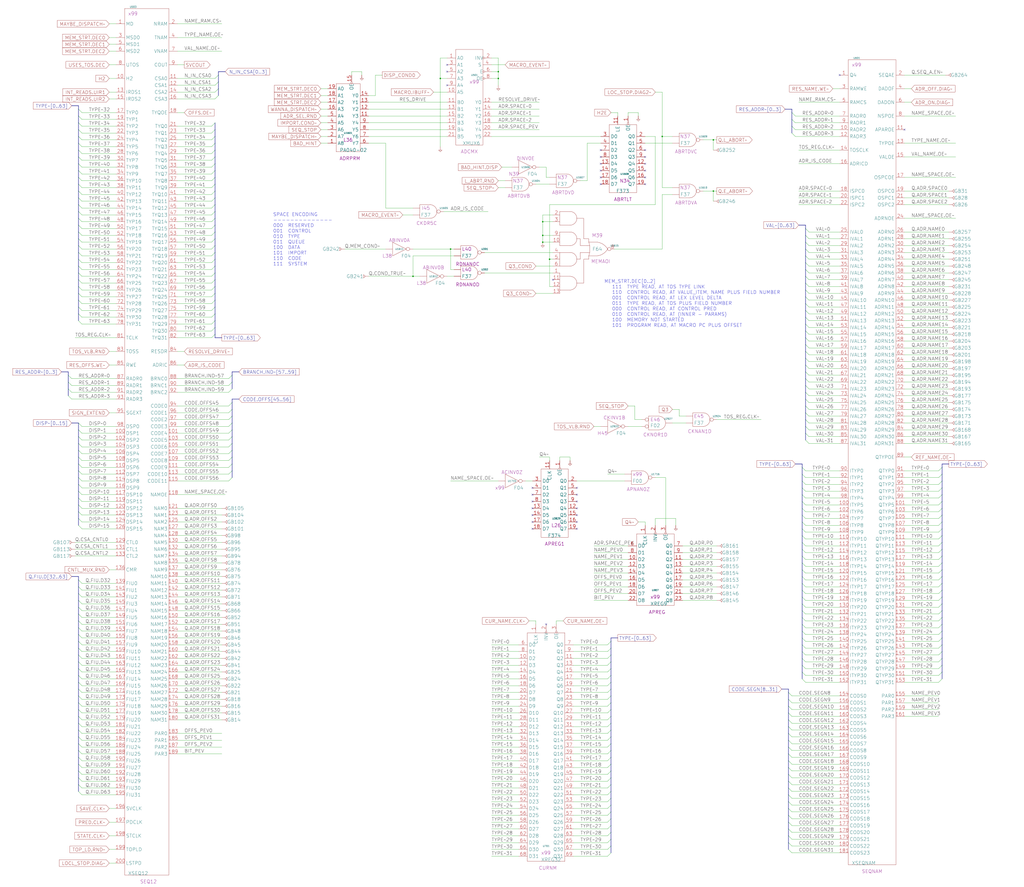
<source format=kicad_sch>
(kicad_sch (version 20230121) (generator eeschema)
  (paper "User" 762 660.4)
  (title_block (title "RESOLVE ALU BITS (37:48)") (date "22-MAY-90") (rev "1.0") (comment 1 "SEQUENCER") (comment 2 "232-003064") (comment 3 "S400") (comment 4 "RELEASED"))
  (junction (at 335.28 185.42))
  (junction (at 403.86 165.1))
  (junction (at 403.86 175.26))
  (junction (at 327.66 58.42))
  (junction (at 307.34 205.74))
  (junction (at 530.86 142.24))
  (junction (at 530.86 104.14))
  (junction (at 370.84 58.42))
  (junction (at 403.86 180.34))
  (junction (at 370.84 53.34))
  (junction (at 408.94 193.04))
  (junction (at 492.76 101.6))
  (no_connect (at 480.06 132.08))
  (no_connect (at 447.04 137.16))
  (no_connect (at 447.04 127))
  (no_connect (at 396.24 363.22))
  (no_connect (at 447.04 116.84))
  (no_connect (at 396.24 393.7))
  (no_connect (at 332.74 53.34))
  (no_connect (at 406.4 464.82))
  (no_connect (at 429.26 363.22))
  (no_connect (at 480.06 121.92))
  (no_connect (at 447.04 132.08))
  (no_connect (at 396.24 378.46))
  (no_connect (at 332.74 63.5))
  (no_connect (at 429.26 373.38))
  (no_connect (at 429.26 378.46))
  (no_connect (at 447.04 111.76))
  (no_connect (at 411.48 208.28))
  (no_connect (at 480.06 127))
  (no_connect (at 447.04 121.92))
  (no_connect (at 480.06 111.76))
  (no_connect (at 673.1 96.52))
  (no_connect (at 624.84 55.88))
  (no_connect (at 396.24 368.3))
  (no_connect (at 429.26 368.3))
  (no_connect (at 429.26 383.54))
  (no_connect (at 429.26 393.7))
  (no_connect (at 480.06 116.84))
  (no_connect (at 480.06 137.16))
  (no_connect (at 429.26 388.62))
  (no_connect (at 332.74 48.26))
  (no_connect (at 396.24 388.62))
  (no_connect (at 396.24 383.54))
  (no_connect (at 396.24 373.38))
  (bus_entry (at 454.66 543.56) (size -2.54 2.54))
  (bus_entry (at 454.66 568.96) (size -2.54 2.54))
  (bus_entry (at 599.44 297.18) (size 2.54 2.54))
  (bus_entry (at 586.74 617.22) (size 2.54 2.54))
  (bus_entry (at 50.8 279.4) (size 2.54 2.54))
  (bus_entry (at 599.44 231.14) (size 2.54 2.54))
  (bus_entry (at 454.66 497.84) (size -2.54 2.54))
  (bus_entry (at 586.74 612.14) (size 2.54 2.54))
  (bus_entry (at 596.9 363.22) (size 2.54 2.54))
  (bus_entry (at 596.9 454.66) (size 2.54 2.54))
  (bus_entry (at 701.04 474.98) (size -2.54 2.54))
  (bus_entry (at 454.66 538.48) (size -2.54 2.54))
  (bus_entry (at 586.74 561.34) (size 2.54 2.54))
  (bus_entry (at 454.66 513.08) (size -2.54 2.54))
  (bus_entry (at 586.74 596.9) (size 2.54 2.54))
  (bus_entry (at 58.42 457.2) (size 2.54 2.54))
  (bus_entry (at 596.9 495.3) (size 2.54 2.54))
  (bus_entry (at 596.9 439.42) (size 2.54 2.54))
  (bus_entry (at 586.74 546.1) (size 2.54 2.54))
  (bus_entry (at 586.74 515.62) (size 2.54 2.54))
  (bus_entry (at 58.42 142.24) (size 2.54 2.54))
  (bus_entry (at 58.42 320.04) (size 2.54 2.54))
  (bus_entry (at 58.42 127) (size 2.54 2.54))
  (bus_entry (at 599.44 190.5) (size 2.54 2.54))
  (bus_entry (at 454.66 533.4) (size -2.54 2.54))
  (bus_entry (at 701.04 358.14) (size -2.54 2.54))
  (bus_entry (at 58.42 325.12) (size 2.54 2.54))
  (bus_entry (at 596.9 474.98) (size 2.54 2.54))
  (bus_entry (at 586.74 530.86) (size 2.54 2.54))
  (bus_entry (at 599.44 312.42) (size 2.54 2.54))
  (bus_entry (at 160.02 238.76) (size -2.54 2.54))
  (bus_entry (at 58.42 452.12) (size 2.54 2.54))
  (bus_entry (at 162.56 71.12) (size -2.54 2.54))
  (bus_entry (at 596.9 414.02) (size 2.54 2.54))
  (bus_entry (at 596.9 459.74) (size 2.54 2.54))
  (bus_entry (at 596.9 444.5) (size 2.54 2.54))
  (bus_entry (at 58.42 502.92) (size 2.54 2.54))
  (bus_entry (at 596.9 368.3) (size 2.54 2.54))
  (bus_entry (at 160.02 208.28) (size -2.54 2.54))
  (bus_entry (at 599.44 276.86) (size 2.54 2.54))
  (bus_entry (at 589.28 88.9) (size 2.54 2.54))
  (bus_entry (at 701.04 347.98) (size -2.54 2.54))
  (bus_entry (at 58.42 477.52) (size 2.54 2.54))
  (bus_entry (at 58.42 162.56) (size 2.54 2.54))
  (bus_entry (at 701.04 378.46) (size -2.54 2.54))
  (bus_entry (at 454.66 528.32) (size -2.54 2.54))
  (bus_entry (at 599.44 246.38) (size 2.54 2.54))
  (bus_entry (at 58.42 152.4) (size 2.54 2.54))
  (bus_entry (at 58.42 106.68) (size 2.54 2.54))
  (bus_entry (at 58.42 157.48) (size 2.54 2.54))
  (bus_entry (at 58.42 198.12) (size 2.54 2.54))
  (bus_entry (at 586.74 566.42) (size 2.54 2.54))
  (bus_entry (at 586.74 551.18) (size 2.54 2.54))
  (bus_entry (at 58.42 238.76) (size 2.54 2.54))
  (bus_entry (at 58.42 86.36) (size 2.54 2.54))
  (bus_entry (at 454.66 492.76) (size -2.54 2.54))
  (bus_entry (at 596.9 505.46) (size 2.54 2.54))
  (bus_entry (at 454.66 553.72) (size -2.54 2.54))
  (bus_entry (at 454.66 574.04) (size -2.54 2.54))
  (bus_entry (at 586.74 541.02) (size 2.54 2.54))
  (bus_entry (at 454.66 604.52) (size -2.54 2.54))
  (bus_entry (at 58.42 462.28) (size 2.54 2.54))
  (bus_entry (at 58.42 81.28) (size 2.54 2.54))
  (bus_entry (at 58.42 487.68) (size 2.54 2.54))
  (bus_entry (at 172.72 330.2) (size -2.54 2.54))
  (bus_entry (at 160.02 157.48) (size -2.54 2.54))
  (bus_entry (at 160.02 91.44) (size -2.54 2.54))
  (bus_entry (at 58.42 513.08) (size 2.54 2.54))
  (bus_entry (at 58.42 137.16) (size 2.54 2.54))
  (bus_entry (at 58.42 533.4) (size 2.54 2.54))
  (bus_entry (at 599.44 287.02) (size 2.54 2.54))
  (bus_entry (at 172.72 325.12) (size -2.54 2.54))
  (bus_entry (at 454.66 548.64) (size -2.54 2.54))
  (bus_entry (at 589.28 93.98) (size 2.54 2.54))
  (bus_entry (at 701.04 469.9) (size -2.54 2.54))
  (bus_entry (at 160.02 111.76) (size -2.54 2.54))
  (bus_entry (at 596.9 347.98) (size 2.54 2.54))
  (bus_entry (at 58.42 467.36) (size 2.54 2.54))
  (bus_entry (at 454.66 624.84) (size -2.54 2.54))
  (bus_entry (at 58.42 492.76) (size 2.54 2.54))
  (bus_entry (at 596.9 429.26) (size 2.54 2.54))
  (bus_entry (at 701.04 454.66) (size -2.54 2.54))
  (bus_entry (at 599.44 185.42) (size 2.54 2.54))
  (bus_entry (at 454.66 614.68) (size -2.54 2.54))
  (bus_entry (at 589.28 99.06) (size 2.54 2.54))
  (bus_entry (at 596.9 358.14) (size 2.54 2.54))
  (bus_entry (at 596.9 434.34) (size 2.54 2.54))
  (bus_entry (at 172.72 350.52) (size -2.54 2.54))
  (bus_entry (at 58.42 370.84) (size 2.54 2.54))
  (bus_entry (at 58.42 172.72) (size 2.54 2.54))
  (bus_entry (at 586.74 601.98) (size 2.54 2.54))
  (bus_entry (at 160.02 142.24) (size -2.54 2.54))
  (bus_entry (at 586.74 571.5) (size 2.54 2.54))
  (bus_entry (at 599.44 241.3) (size 2.54 2.54))
  (bus_entry (at 596.9 408.94) (size 2.54 2.54))
  (bus_entry (at 589.28 83.82) (size 2.54 2.54))
  (bus_entry (at 599.44 281.94) (size 2.54 2.54))
  (bus_entry (at 58.42 203.2) (size 2.54 2.54))
  (bus_entry (at 160.02 213.36) (size -2.54 2.54))
  (bus_entry (at 58.42 589.28) (size 2.54 2.54))
  (bus_entry (at 58.42 223.52) (size 2.54 2.54))
  (bus_entry (at 454.66 599.44) (size -2.54 2.54))
  (bus_entry (at 58.42 121.92) (size 2.54 2.54))
  (bus_entry (at 160.02 116.84) (size -2.54 2.54))
  (bus_entry (at 58.42 182.88) (size 2.54 2.54))
  (bus_entry (at 58.42 508) (size 2.54 2.54))
  (bus_entry (at 701.04 424.18) (size -2.54 2.54))
  (bus_entry (at 596.9 393.7) (size 2.54 2.54))
  (bus_entry (at 599.44 322.58) (size 2.54 2.54))
  (bus_entry (at 160.02 182.88) (size -2.54 2.54))
  (bus_entry (at 701.04 459.74) (size -2.54 2.54))
  (bus_entry (at 58.42 436.88) (size 2.54 2.54))
  (bus_entry (at 596.9 485.14) (size 2.54 2.54))
  (bus_entry (at 58.42 233.68) (size 2.54 2.54))
  (bus_entry (at 160.02 121.92) (size -2.54 2.54))
  (bus_entry (at 160.02 147.32) (size -2.54 2.54))
  (bus_entry (at 596.9 388.62) (size 2.54 2.54))
  (bus_entry (at 172.72 279.4) (size -2.54 2.54))
  (bus_entry (at 58.42 228.6) (size 2.54 2.54))
  (bus_entry (at 599.44 292.1) (size 2.54 2.54))
  (bus_entry (at 586.74 556.26) (size 2.54 2.54))
  (bus_entry (at 586.74 520.7) (size 2.54 2.54))
  (bus_entry (at 586.74 586.74) (size 2.54 2.54))
  (bus_entry (at 160.02 172.72) (size -2.54 2.54))
  (bus_entry (at 599.44 210.82) (size 2.54 2.54))
  (bus_entry (at 160.02 106.68) (size -2.54 2.54))
  (bus_entry (at 701.04 464.82) (size -2.54 2.54))
  (bus_entry (at 701.04 419.1) (size -2.54 2.54))
  (bus_entry (at 172.72 314.96) (size -2.54 2.54))
  (bus_entry (at 599.44 327.66) (size 2.54 2.54))
  (bus_entry (at 172.72 340.36) (size -2.54 2.54))
  (bus_entry (at 586.74 591.82) (size 2.54 2.54))
  (bus_entry (at 58.42 360.68) (size 2.54 2.54))
  (bus_entry (at 454.66 482.6) (size -2.54 2.54))
  (bus_entry (at 58.42 314.96) (size 2.54 2.54))
  (bus_entry (at 58.42 563.88) (size 2.54 2.54))
  (bus_entry (at 701.04 449.58) (size -2.54 2.54))
  (bus_entry (at 58.42 574.04) (size 2.54 2.54))
  (bus_entry (at 160.02 193.04) (size -2.54 2.54))
  (bus_entry (at 599.44 215.9) (size 2.54 2.54))
  (bus_entry (at 58.42 355.6) (size 2.54 2.54))
  (bus_entry (at 58.42 96.52) (size 2.54 2.54))
  (bus_entry (at 596.9 403.86) (size 2.54 2.54))
  (bus_entry (at 596.9 398.78) (size 2.54 2.54))
  (bus_entry (at 172.72 284.48) (size -2.54 2.54))
  (bus_entry (at 58.42 528.32) (size 2.54 2.54))
  (bus_entry (at 162.56 66.04) (size -2.54 2.54))
  (bus_entry (at 596.9 500.38) (size 2.54 2.54))
  (bus_entry (at 160.02 248.92) (size -2.54 2.54))
  (bus_entry (at 701.04 383.54) (size -2.54 2.54))
  (bus_entry (at 160.02 198.12) (size -2.54 2.54))
  (bus_entry (at 58.42 187.96) (size 2.54 2.54))
  (bus_entry (at 454.66 579.12) (size -2.54 2.54))
  (bus_entry (at 58.42 365.76) (size 2.54 2.54))
  (bus_entry (at 172.72 299.72) (size -2.54 2.54))
  (bus_entry (at 58.42 218.44) (size 2.54 2.54))
  (bus_entry (at 596.9 449.58) (size 2.54 2.54))
  (bus_entry (at 701.04 485.14) (size -2.54 2.54))
  (bus_entry (at 160.02 243.84) (size -2.54 2.54))
  (bus_entry (at 58.42 518.16) (size 2.54 2.54))
  (bus_entry (at 162.56 60.96) (size -2.54 2.54))
  (bus_entry (at 454.66 629.92) (size -2.54 2.54))
  (bus_entry (at 586.74 632.46) (size 2.54 2.54))
  (bus_entry (at 58.42 579.12) (size 2.54 2.54))
  (bus_entry (at 172.72 355.6) (size -2.54 2.54))
  (bus_entry (at 58.42 213.36) (size 2.54 2.54))
  (bus_entry (at 58.42 447.04) (size 2.54 2.54))
  (bus_entry (at 701.04 363.22) (size -2.54 2.54))
  (bus_entry (at 58.42 132.08) (size 2.54 2.54))
  (bus_entry (at 586.74 576.58) (size 2.54 2.54))
  (bus_entry (at 701.04 403.86) (size -2.54 2.54))
  (bus_entry (at 58.42 375.92) (size 2.54 2.54))
  (bus_entry (at 599.44 180.34) (size 2.54 2.54))
  (bus_entry (at 160.02 203.2) (size -2.54 2.54))
  (bus_entry (at 596.9 373.38) (size 2.54 2.54))
  (bus_entry (at 160.02 101.6) (size -2.54 2.54))
  (bus_entry (at 58.42 568.96) (size 2.54 2.54))
  (bus_entry (at 454.66 487.68) (size -2.54 2.54))
  (bus_entry (at 58.42 330.2) (size 2.54 2.54))
  (bus_entry (at 701.04 434.34) (size -2.54 2.54))
  (bus_entry (at 160.02 218.44) (size -2.54 2.54))
  (bus_entry (at 454.66 594.36) (size -2.54 2.54))
  (bus_entry (at 599.44 307.34) (size 2.54 2.54))
  (bus_entry (at 454.66 523.24) (size -2.54 2.54))
  (bus_entry (at 586.74 581.66) (size 2.54 2.54))
  (bus_entry (at 586.74 607.06) (size 2.54 2.54))
  (bus_entry (at 58.42 116.84) (size 2.54 2.54))
  (bus_entry (at 160.02 96.52) (size -2.54 2.54))
  (bus_entry (at 58.42 101.6) (size 2.54 2.54))
  (bus_entry (at 50.8 284.48) (size 2.54 2.54))
  (bus_entry (at 596.9 419.1) (size 2.54 2.54))
  (bus_entry (at 596.9 424.18) (size 2.54 2.54))
  (bus_entry (at 50.8 289.56) (size 2.54 2.54))
  (bus_entry (at 58.42 147.32) (size 2.54 2.54))
  (bus_entry (at 701.04 398.78) (size -2.54 2.54))
  (bus_entry (at 160.02 137.16) (size -2.54 2.54))
  (bus_entry (at 172.72 304.8) (size -2.54 2.54))
  (bus_entry (at 701.04 500.38) (size -2.54 2.54))
  (bus_entry (at 701.04 490.22) (size -2.54 2.54))
  (bus_entry (at 58.42 482.6) (size 2.54 2.54))
  (bus_entry (at 701.04 388.62) (size -2.54 2.54))
  (bus_entry (at 58.42 335.28) (size 2.54 2.54))
  (bus_entry (at 599.44 251.46) (size 2.54 2.54))
  (bus_entry (at 58.42 431.8) (size 2.54 2.54))
  (bus_entry (at 596.9 480.06) (size 2.54 2.54))
  (bus_entry (at 454.66 563.88) (size -2.54 2.54))
  (bus_entry (at 701.04 429.26) (size -2.54 2.54))
  (bus_entry (at 172.72 345.44) (size -2.54 2.54))
  (bus_entry (at 58.42 543.56) (size 2.54 2.54))
  (bus_entry (at 599.44 195.58) (size 2.54 2.54))
  (bus_entry (at 454.66 518.16) (size -2.54 2.54))
  (bus_entry (at 454.66 609.6) (size -2.54 2.54))
  (bus_entry (at 58.42 381) (size 2.54 2.54))
  (bus_entry (at 586.74 622.3) (size 2.54 2.54))
  (bus_entry (at 50.8 294.64) (size 2.54 2.54))
  (bus_entry (at 172.72 335.28) (size -2.54 2.54))
  (bus_entry (at 160.02 167.64) (size -2.54 2.54))
  (bus_entry (at 454.66 502.92) (size -2.54 2.54))
  (bus_entry (at 58.42 350.52) (size 2.54 2.54))
  (bus_entry (at 58.42 538.48) (size 2.54 2.54))
  (bus_entry (at 596.9 464.82) (size 2.54 2.54))
  (bus_entry (at 701.04 480.06) (size -2.54 2.54))
  (bus_entry (at 701.04 393.7) (size -2.54 2.54))
  (bus_entry (at 160.02 228.6) (size -2.54 2.54))
  (bus_entry (at 701.04 408.94) (size -2.54 2.54))
  (bus_entry (at 701.04 439.42) (size -2.54 2.54))
  (bus_entry (at 599.44 175.26) (size 2.54 2.54))
  (bus_entry (at 58.42 523.24) (size 2.54 2.54))
  (bus_entry (at 599.44 302.26) (size 2.54 2.54))
  (bus_entry (at 58.42 345.44) (size 2.54 2.54))
  (bus_entry (at 599.44 170.18) (size 2.54 2.54))
  (bus_entry (at 58.42 208.28) (size 2.54 2.54))
  (bus_entry (at 701.04 444.5) (size -2.54 2.54))
  (bus_entry (at 162.56 55.88) (size -2.54 2.54))
  (bus_entry (at 599.44 266.7) (size 2.54 2.54))
  (bus_entry (at 596.9 378.46) (size 2.54 2.54))
  (bus_entry (at 160.02 187.96) (size -2.54 2.54))
  (bus_entry (at 599.44 261.62) (size 2.54 2.54))
  (bus_entry (at 599.44 256.54) (size 2.54 2.54))
  (bus_entry (at 599.44 226.06) (size 2.54 2.54))
  (bus_entry (at 160.02 162.56) (size -2.54 2.54))
  (bus_entry (at 596.9 383.54) (size 2.54 2.54))
  (bus_entry (at 58.42 167.64) (size 2.54 2.54))
  (bus_entry (at 58.42 340.36) (size 2.54 2.54))
  (bus_entry (at 596.9 353.06) (size 2.54 2.54))
  (bus_entry (at 596.9 469.9) (size 2.54 2.54))
  (bus_entry (at 58.42 111.76) (size 2.54 2.54))
  (bus_entry (at 160.02 132.08) (size -2.54 2.54))
  (bus_entry (at 599.44 317.5) (size 2.54 2.54))
  (bus_entry (at 160.02 223.52) (size -2.54 2.54))
  (bus_entry (at 454.66 619.76) (size -2.54 2.54))
  (bus_entry (at 172.72 289.56) (size -2.54 2.54))
  (bus_entry (at 701.04 373.38) (size -2.54 2.54))
  (bus_entry (at 454.66 477.52) (size -2.54 2.54))
  (bus_entry (at 172.72 320.04) (size -2.54 2.54))
  (bus_entry (at 160.02 152.4) (size -2.54 2.54))
  (bus_entry (at 58.42 548.64) (size 2.54 2.54))
  (bus_entry (at 58.42 386.08) (size 2.54 2.54))
  (bus_entry (at 701.04 505.46) (size -2.54 2.54))
  (bus_entry (at 58.42 441.96) (size 2.54 2.54))
  (bus_entry (at 58.42 584.2) (size 2.54 2.54))
  (bus_entry (at 586.74 627.38) (size 2.54 2.54))
  (bus_entry (at 586.74 535.94) (size 2.54 2.54))
  (bus_entry (at 586.74 525.78) (size 2.54 2.54))
  (bus_entry (at 160.02 127) (size -2.54 2.54))
  (bus_entry (at 58.42 391.16) (size 2.54 2.54))
  (bus_entry (at 701.04 353.06) (size -2.54 2.54))
  (bus_entry (at 599.44 271.78) (size 2.54 2.54))
  (bus_entry (at 454.66 508) (size -2.54 2.54))
  (bus_entry (at 596.9 490.22) (size 2.54 2.54))
  (bus_entry (at 454.66 558.8) (size -2.54 2.54))
  (bus_entry (at 701.04 495.3) (size -2.54 2.54))
  (bus_entry (at 58.42 177.8) (size 2.54 2.54))
  (bus_entry (at 599.44 236.22) (size 2.54 2.54))
  (bus_entry (at 454.66 584.2) (size -2.54 2.54))
  (bus_entry (at 701.04 414.02) (size -2.54 2.54))
  (bus_entry (at 58.42 472.44) (size 2.54 2.54))
  (bus_entry (at 454.66 589.28) (size -2.54 2.54))
  (bus_entry (at 58.42 193.04) (size 2.54 2.54))
  (bus_entry (at 701.04 368.3) (size -2.54 2.54))
  (bus_entry (at 58.42 558.8) (size 2.54 2.54))
  (bus_entry (at 599.44 220.98) (size 2.54 2.54))
  (bus_entry (at 454.66 635) (size -2.54 2.54))
  (bus_entry (at 172.72 309.88) (size -2.54 2.54))
  (bus_entry (at 160.02 177.8) (size -2.54 2.54))
  (bus_entry (at 58.42 91.44) (size 2.54 2.54))
  (bus_entry (at 599.44 205.74) (size 2.54 2.54))
  (bus_entry (at 58.42 553.72) (size 2.54 2.54))
  (bus_entry (at 599.44 200.66) (size 2.54 2.54))
  (bus_entry (at 58.42 497.84) (size 2.54 2.54))
  (bus_entry (at 160.02 233.68) (size -2.54 2.54))
  (bus (pts (xy 160.02 147.32) (xy 160.02 152.4)))
  (wire (pts (xy 132.08 241.3) (xy 157.48 241.3)))
  (bus (pts (xy 160.02 116.84) (xy 160.02 121.92)))
  (wire (pts (xy 238.76 86.36) (xy 243.84 86.36)))
  (wire (pts (xy 53.34 287.02) (xy 86.36 287.02)))
  (wire (pts (xy 365.76 601.98) (xy 386.08 601.98)))
  (bus (pts (xy 596.9 429.26) (xy 596.9 434.34)))
  (wire (pts (xy 60.96 332.74) (xy 86.36 332.74)))
  (bus (pts (xy 58.42 508) (xy 58.42 513.08)))
  (wire (pts (xy 170.18 302.26) (xy 132.08 302.26)))
  (bus (pts (xy 58.42 203.2) (xy 58.42 208.28)))
  (wire (pts (xy 60.96 535.94) (xy 86.36 535.94)))
  (wire (pts (xy 274.32 91.44) (xy 332.74 91.44)))
  (wire (pts (xy 60.96 566.42) (xy 86.36 566.42)))
  (wire (pts (xy 480.06 101.6) (xy 487.68 101.6)))
  (bus (pts (xy 172.72 299.72) (xy 172.72 304.8)))
  (wire (pts (xy 673.1 106.68) (xy 711.2 106.68)))
  (bus (pts (xy 58.42 513.08) (xy 58.42 518.16)))
  (wire (pts (xy 673.1 497.84) (xy 698.5 497.84)))
  (wire (pts (xy 492.76 68.58) (xy 492.76 101.6)))
  (wire (pts (xy 599.44 375.92) (xy 624.84 375.92)))
  (wire (pts (xy 601.98 254) (xy 624.84 254)))
  (wire (pts (xy 132.08 236.22) (xy 157.48 236.22)))
  (bus (pts (xy 58.42 177.8) (xy 58.42 182.88)))
  (bus (pts (xy 58.42 162.56) (xy 58.42 167.64)))
  (wire (pts (xy 86.36 104.14) (xy 60.96 104.14)))
  (wire (pts (xy 86.36 144.78) (xy 60.96 144.78)))
  (wire (pts (xy 274.32 71.12) (xy 279.4 71.12)))
  (wire (pts (xy 132.08 383.54) (xy 165.1 383.54)))
  (wire (pts (xy 60.96 530.86) (xy 86.36 530.86)))
  (wire (pts (xy 60.96 347.98) (xy 86.36 347.98)))
  (wire (pts (xy 599.44 467.36) (xy 624.84 467.36)))
  (wire (pts (xy 332.74 205.74) (xy 337.82 205.74)))
  (wire (pts (xy 477.52 312.42) (xy 472.44 312.42)))
  (bus (pts (xy 160.02 152.4) (xy 160.02 157.48)))
  (wire (pts (xy 594.36 111.76) (xy 624.84 111.76)))
  (bus (pts (xy 177.8 297.18) (xy 172.72 297.18)))
  (bus (pts (xy 160.02 193.04) (xy 160.02 198.12)))
  (wire (pts (xy 594.36 152.4) (xy 624.84 152.4)))
  (wire (pts (xy 673.1 320.04) (xy 706.12 320.04)))
  (wire (pts (xy 86.36 165.1) (xy 60.96 165.1)))
  (wire (pts (xy 599.44 457.2) (xy 624.84 457.2)))
  (wire (pts (xy 322.58 68.58) (xy 332.74 68.58)))
  (wire (pts (xy 55.88 403.86) (xy 86.36 403.86)))
  (bus (pts (xy 599.44 307.34) (xy 599.44 312.42)))
  (wire (pts (xy 86.36 88.9) (xy 60.96 88.9)))
  (wire (pts (xy 60.96 525.78) (xy 86.36 525.78)))
  (bus (pts (xy 58.42 548.64) (xy 58.42 553.72)))
  (bus (pts (xy 581.66 513.08) (xy 586.74 513.08)))
  (bus (pts (xy 160.02 167.64) (xy 160.02 172.72)))
  (wire (pts (xy 589.28 589.28) (xy 624.84 589.28)))
  (bus (pts (xy 160.02 137.16) (xy 160.02 142.24)))
  (wire (pts (xy 673.1 441.96) (xy 698.5 441.96)))
  (bus (pts (xy 160.02 121.92) (xy 160.02 127)))
  (wire (pts (xy 160.02 58.42) (xy 132.08 58.42)))
  (wire (pts (xy 673.1 406.4) (xy 698.5 406.4)))
  (wire (pts (xy 673.1 279.4) (xy 706.12 279.4)))
  (wire (pts (xy 60.96 546.1) (xy 86.36 546.1)))
  (wire (pts (xy 60.96 358.14) (xy 86.36 358.14)))
  (wire (pts (xy 132.08 500.38) (xy 165.1 500.38)))
  (wire (pts (xy 132.08 556.26) (xy 165.1 556.26)))
  (bus (pts (xy 599.44 297.18) (xy 599.44 302.26)))
  (wire (pts (xy 589.28 558.8) (xy 624.84 558.8)))
  (wire (pts (xy 502.92 386.08) (xy 487.68 386.08)))
  (bus (pts (xy 596.9 408.94) (xy 596.9 414.02)))
  (bus (pts (xy 701.04 368.3) (xy 701.04 373.38)))
  (bus (pts (xy 454.66 502.92) (xy 454.66 508)))
  (wire (pts (xy 426.72 541.02) (xy 452.12 541.02)))
  (bus (pts (xy 701.04 353.06) (xy 701.04 358.14)))
  (wire (pts (xy 60.96 500.38) (xy 86.36 500.38)))
  (wire (pts (xy 170.18 337.82) (xy 132.08 337.82)))
  (wire (pts (xy 335.28 358.14) (xy 370.84 358.14)))
  (wire (pts (xy 365.76 500.38) (xy 386.08 500.38)))
  (wire (pts (xy 132.08 139.7) (xy 157.48 139.7)))
  (wire (pts (xy 53.34 281.94) (xy 86.36 281.94)))
  (bus (pts (xy 701.04 414.02) (xy 701.04 419.1)))
  (bus (pts (xy 58.42 375.92) (xy 58.42 381)))
  (wire (pts (xy 601.98 325.12) (xy 624.84 325.12)))
  (wire (pts (xy 274.32 81.28) (xy 332.74 81.28)))
  (wire (pts (xy 673.1 228.6) (xy 706.12 228.6)))
  (wire (pts (xy 238.76 101.6) (xy 243.84 101.6)))
  (wire (pts (xy 673.1 462.28) (xy 698.5 462.28)))
  (wire (pts (xy 170.18 312.42) (xy 132.08 312.42)))
  (bus (pts (xy 58.42 568.96) (xy 58.42 574.04)))
  (wire (pts (xy 673.1 533.4) (xy 698.5 533.4)))
  (bus (pts (xy 58.42 345.44) (xy 58.42 350.52)))
  (wire (pts (xy 601.98 213.36) (xy 624.84 213.36)))
  (bus (pts (xy 701.04 469.9) (xy 701.04 464.82)))
  (bus (pts (xy 58.42 467.36) (xy 58.42 472.44)))
  (wire (pts (xy 426.72 576.58) (xy 452.12 576.58)))
  (bus (pts (xy 584.2 81.28) (xy 589.28 81.28)))
  (bus (pts (xy 58.42 436.88) (xy 58.42 441.96)))
  (bus (pts (xy 172.72 320.04) (xy 172.72 325.12)))
  (wire (pts (xy 365.76 546.1) (xy 386.08 546.1)))
  (wire (pts (xy 132.08 485.14) (xy 165.1 485.14)))
  (bus (pts (xy 454.66 568.96) (xy 454.66 574.04)))
  (wire (pts (xy 673.1 467.36) (xy 698.5 467.36)))
  (wire (pts (xy 370.84 134.62) (xy 375.92 134.62)))
  (bus (pts (xy 172.72 309.88) (xy 172.72 314.96)))
  (wire (pts (xy 673.1 213.36) (xy 706.12 213.36)))
  (wire (pts (xy 673.1 421.64) (xy 698.5 421.64)))
  (bus (pts (xy 599.44 322.58) (xy 599.44 327.66)))
  (wire (pts (xy 269.24 53.34) (xy 269.24 55.88)))
  (wire (pts (xy 170.18 358.14) (xy 132.08 358.14)))
  (wire (pts (xy 132.08 408.94) (xy 165.1 408.94)))
  (bus (pts (xy 162.56 53.34) (xy 162.56 55.88)))
  (wire (pts (xy 132.08 398.78) (xy 165.1 398.78)))
  (wire (pts (xy 132.08 474.98) (xy 165.1 474.98)))
  (wire (pts (xy 673.1 294.64) (xy 706.12 294.64)))
  (wire (pts (xy 60.96 551.18) (xy 86.36 551.18)))
  (wire (pts (xy 132.08 429.26) (xy 165.1 429.26)))
  (wire (pts (xy 60.96 327.66) (xy 86.36 327.66)))
  (bus (pts (xy 58.42 431.8) (xy 58.42 436.88)))
  (bus (pts (xy 596.9 403.86) (xy 596.9 408.94)))
  (bus (pts (xy 596.9 363.22) (xy 596.9 368.3)))
  (wire (pts (xy 132.08 561.34) (xy 165.1 561.34)))
  (bus (pts (xy 586.74 561.34) (xy 586.74 566.42)))
  (bus (pts (xy 586.74 556.26) (xy 586.74 561.34)))
  (wire (pts (xy 436.88 106.68) (xy 447.04 106.68)))
  (wire (pts (xy 132.08 175.26) (xy 157.48 175.26)))
  (wire (pts (xy 441.96 317.5) (xy 447.04 317.5)))
  (bus (pts (xy 596.9 373.38) (xy 596.9 378.46)))
  (wire (pts (xy 132.08 38.1) (xy 165.1 38.1)))
  (wire (pts (xy 365.76 541.02) (xy 386.08 541.02)))
  (bus (pts (xy 58.42 558.8) (xy 58.42 563.88)))
  (bus (pts (xy 160.02 132.08) (xy 160.02 137.16)))
  (wire (pts (xy 589.28 518.16) (xy 624.84 518.16)))
  (wire (pts (xy 365.76 525.78) (xy 386.08 525.78)))
  (wire (pts (xy 673.1 132.08) (xy 711.2 132.08)))
  (wire (pts (xy 591.82 96.52) (xy 624.84 96.52)))
  (bus (pts (xy 58.42 381) (xy 58.42 386.08)))
  (wire (pts (xy 426.72 571.5) (xy 452.12 571.5)))
  (wire (pts (xy 132.08 190.5) (xy 157.48 190.5)))
  (bus (pts (xy 454.66 538.48) (xy 454.66 543.56)))
  (wire (pts (xy 60.96 337.82) (xy 86.36 337.82)))
  (bus (pts (xy 454.66 609.6) (xy 454.66 614.68)))
  (wire (pts (xy 269.24 53.34) (xy 261.62 53.34)))
  (wire (pts (xy 81.28 58.42) (xy 86.36 58.42)))
  (bus (pts (xy 58.42 370.84) (xy 58.42 375.92)))
  (wire (pts (xy 533.4 312.42) (xy 566.42 312.42)))
  (wire (pts (xy 500.38 304.8) (xy 505.46 304.8)))
  (bus (pts (xy 586.74 622.3) (xy 586.74 627.38)))
  (wire (pts (xy 673.1 482.6) (xy 698.5 482.6)))
  (bus (pts (xy 58.42 429.26) (xy 58.42 431.8)))
  (bus (pts (xy 596.9 474.98) (xy 596.9 480.06)))
  (wire (pts (xy 132.08 251.46) (xy 157.48 251.46)))
  (wire (pts (xy 81.28 271.78) (xy 86.36 271.78)))
  (wire (pts (xy 673.1 314.96) (xy 706.12 314.96)))
  (wire (pts (xy 599.44 391.16) (xy 624.84 391.16)))
  (wire (pts (xy 81.28 307.34) (xy 86.36 307.34)))
  (wire (pts (xy 599.44 381) (xy 624.84 381)))
  (bus (pts (xy 596.9 424.18) (xy 596.9 429.26)))
  (wire (pts (xy 60.96 490.22) (xy 86.36 490.22)))
  (wire (pts (xy 86.36 220.98) (xy 60.96 220.98)))
  (wire (pts (xy 132.08 83.82) (xy 137.16 83.82)))
  (wire (pts (xy 408.94 152.4) (xy 408.94 193.04)))
  (wire (pts (xy 673.1 147.32) (xy 706.12 147.32)))
  (bus (pts (xy 599.44 251.46) (xy 599.44 246.38)))
  (wire (pts (xy 170.18 327.66) (xy 132.08 327.66)))
  (wire (pts (xy 86.36 215.9) (xy 60.96 215.9)))
  (bus (pts (xy 58.42 543.56) (xy 58.42 548.64)))
  (wire (pts (xy 307.34 185.42) (xy 335.28 185.42)))
  (bus (pts (xy 589.28 81.28) (xy 589.28 83.82)))
  (wire (pts (xy 673.1 187.96) (xy 706.12 187.96)))
  (wire (pts (xy 132.08 114.3) (xy 157.48 114.3)))
  (wire (pts (xy 365.76 48.26) (xy 375.92 48.26)))
  (bus (pts (xy 58.42 340.36) (xy 58.42 345.44)))
  (wire (pts (xy 86.36 124.46) (xy 60.96 124.46)))
  (wire (pts (xy 601.98 187.96) (xy 624.84 187.96)))
  (wire (pts (xy 673.1 284.48) (xy 706.12 284.48)))
  (bus (pts (xy 454.66 563.88) (xy 454.66 568.96)))
  (wire (pts (xy 60.96 469.9) (xy 86.36 469.9)))
  (wire (pts (xy 86.36 139.7) (xy 60.96 139.7)))
  (bus (pts (xy 160.02 106.68) (xy 160.02 111.76)))
  (wire (pts (xy 601.98 233.68) (xy 624.84 233.68)))
  (bus (pts (xy 58.42 477.52) (xy 58.42 482.6)))
  (bus (pts (xy 53.34 429.26) (xy 58.42 429.26)))
  (wire (pts (xy 426.72 612.14) (xy 452.12 612.14)))
  (wire (pts (xy 60.96 454.66) (xy 86.36 454.66)))
  (wire (pts (xy 365.76 520.7) (xy 386.08 520.7)))
  (wire (pts (xy 132.08 551.18) (xy 165.1 551.18)))
  (wire (pts (xy 360.68 187.96) (xy 411.48 187.96)))
  (wire (pts (xy 426.72 505.46) (xy 452.12 505.46)))
  (wire (pts (xy 599.44 487.68) (xy 624.84 487.68)))
  (wire (pts (xy 601.98 208.28) (xy 624.84 208.28)))
  (wire (pts (xy 673.1 340.36) (xy 678.18 340.36)))
  (wire (pts (xy 60.96 576.58) (xy 86.36 576.58)))
  (wire (pts (xy 53.34 292.1) (xy 86.36 292.1)))
  (bus (pts (xy 58.42 497.84) (xy 58.42 502.92)))
  (wire (pts (xy 589.28 594.36) (xy 624.84 594.36)))
  (wire (pts (xy 403.86 175.26) (xy 403.86 180.34)))
  (bus (pts (xy 454.66 477.52) (xy 454.66 482.6)))
  (bus (pts (xy 596.9 434.34) (xy 596.9 439.42)))
  (wire (pts (xy 673.1 447.04) (xy 698.5 447.04)))
  (bus (pts (xy 599.44 261.62) (xy 599.44 256.54)))
  (wire (pts (xy 60.96 561.34) (xy 86.36 561.34)))
  (wire (pts (xy 601.98 269.24) (xy 624.84 269.24)))
  (wire (pts (xy 160.02 68.58) (xy 132.08 68.58)))
  (wire (pts (xy 365.76 627.38) (xy 386.08 627.38)))
  (wire (pts (xy 673.1 381) (xy 698.5 381)))
  (wire (pts (xy 370.84 43.18) (xy 365.76 43.18)))
  (wire (pts (xy 599.44 370.84) (xy 624.84 370.84)))
  (bus (pts (xy 454.66 474.98) (xy 454.66 477.52)))
  (bus (pts (xy 58.42 330.2) (xy 58.42 335.28)))
  (wire (pts (xy 426.72 556.26) (xy 452.12 556.26)))
  (bus (pts (xy 58.42 482.6) (xy 58.42 487.68)))
  (bus (pts (xy 706.12 345.44) (xy 701.04 345.44)))
  (wire (pts (xy 673.1 452.12) (xy 698.5 452.12)))
  (wire (pts (xy 408.94 342.9) (xy 408.94 340.36)))
  (wire (pts (xy 441.96 426.72) (xy 467.36 426.72)))
  (wire (pts (xy 132.08 403.86) (xy 165.1 403.86)))
  (bus (pts (xy 53.34 314.96) (xy 58.42 314.96)))
  (wire (pts (xy 132.08 160.02) (xy 157.48 160.02)))
  (wire (pts (xy 365.76 535.94) (xy 386.08 535.94)))
  (wire (pts (xy 673.1 360.68) (xy 698.5 360.68)))
  (wire (pts (xy 673.1 193.04) (xy 706.12 193.04)))
  (wire (pts (xy 599.44 406.4) (xy 624.84 406.4)))
  (bus (pts (xy 596.9 419.1) (xy 596.9 424.18)))
  (wire (pts (xy 132.08 205.74) (xy 157.48 205.74)))
  (bus (pts (xy 596.9 495.3) (xy 596.9 500.38)))
  (bus (pts (xy 172.72 350.52) (xy 172.72 355.6)))
  (wire (pts (xy 365.76 490.22) (xy 386.08 490.22)))
  (wire (pts (xy 86.36 149.86) (xy 60.96 149.86)))
  (wire (pts (xy 492.76 185.42) (xy 492.76 144.78)))
  (wire (pts (xy 160.02 73.66) (xy 132.08 73.66)))
  (wire (pts (xy 403.86 165.1) (xy 403.86 175.26)))
  (wire (pts (xy 60.96 515.62) (xy 86.36 515.62)))
  (wire (pts (xy 589.28 629.92) (xy 624.84 629.92)))
  (wire (pts (xy 426.72 515.62) (xy 452.12 515.62)))
  (bus (pts (xy 596.9 383.54) (xy 596.9 378.46)))
  (bus (pts (xy 58.42 365.76) (xy 58.42 370.84)))
  (wire (pts (xy 81.28 48.26) (xy 86.36 48.26)))
  (wire (pts (xy 673.1 116.84) (xy 711.2 116.84)))
  (wire (pts (xy 589.28 579.12) (xy 624.84 579.12)))
  (wire (pts (xy 132.08 414.02) (xy 165.1 414.02)))
  (bus (pts (xy 459.74 474.98) (xy 454.66 474.98)))
  (wire (pts (xy 474.98 388.62) (xy 480.06 388.62)))
  (wire (pts (xy 589.28 574.04) (xy 624.84 574.04)))
  (wire (pts (xy 599.44 492.76) (xy 624.84 492.76)))
  (bus (pts (xy 160.02 198.12) (xy 160.02 203.2)))
  (wire (pts (xy 132.08 246.38) (xy 157.48 246.38)))
  (wire (pts (xy 287.02 106.68) (xy 287.02 154.94)))
  (bus (pts (xy 596.9 398.78) (xy 596.9 393.7)))
  (wire (pts (xy 60.96 449.58) (xy 86.36 449.58)))
  (bus (pts (xy 160.02 162.56) (xy 160.02 167.64)))
  (wire (pts (xy 429.26 358.14) (xy 464.82 358.14)))
  (bus (pts (xy 599.44 185.42) (xy 599.44 180.34)))
  (bus (pts (xy 701.04 373.38) (xy 701.04 378.46)))
  (bus (pts (xy 454.66 574.04) (xy 454.66 579.12)))
  (wire (pts (xy 601.98 198.12) (xy 624.84 198.12)))
  (bus (pts (xy 599.44 266.7) (xy 599.44 271.78)))
  (wire (pts (xy 601.98 330.2) (xy 624.84 330.2)))
  (wire (pts (xy 370.84 139.7) (xy 375.92 139.7)))
  (wire (pts (xy 132.08 393.7) (xy 165.1 393.7)))
  (wire (pts (xy 599.44 401.32) (xy 624.84 401.32)))
  (bus (pts (xy 58.42 127) (xy 58.42 132.08)))
  (wire (pts (xy 86.36 185.42) (xy 60.96 185.42)))
  (bus (pts (xy 160.02 142.24) (xy 160.02 147.32)))
  (bus (pts (xy 596.9 358.14) (xy 596.9 363.22)))
  (wire (pts (xy 398.78 198.12) (xy 411.48 198.12)))
  (bus (pts (xy 160.02 223.52) (xy 160.02 228.6)))
  (wire (pts (xy 365.76 637.54) (xy 386.08 637.54)))
  (bus (pts (xy 586.74 581.66) (xy 586.74 586.74)))
  (wire (pts (xy 132.08 495.3) (xy 165.1 495.3)))
  (wire (pts (xy 132.08 535.94) (xy 165.1 535.94)))
  (bus (pts (xy 58.42 147.32) (xy 58.42 152.4)))
  (wire (pts (xy 673.1 218.44) (xy 706.12 218.44)))
  (wire (pts (xy 132.08 510.54) (xy 165.1 510.54)))
  (wire (pts (xy 274.32 101.6) (xy 332.74 101.6)))
  (bus (pts (xy 596.9 459.74) (xy 596.9 464.82)))
  (wire (pts (xy 132.08 449.58) (xy 165.1 449.58)))
  (bus (pts (xy 599.44 200.66) (xy 599.44 205.74)))
  (wire (pts (xy 599.44 477.52) (xy 624.84 477.52)))
  (wire (pts (xy 492.76 139.7) (xy 492.76 101.6)))
  (bus (pts (xy 596.9 393.7) (xy 596.9 388.62)))
  (wire (pts (xy 132.08 48.26) (xy 137.16 48.26)))
  (wire (pts (xy 594.36 147.32) (xy 624.84 147.32)))
  (wire (pts (xy 426.72 490.22) (xy 452.12 490.22)))
  (wire (pts (xy 132.08 170.18) (xy 157.48 170.18)))
  (wire (pts (xy 132.08 220.98) (xy 157.48 220.98)))
  (wire (pts (xy 132.08 459.74) (xy 165.1 459.74)))
  (bus (pts (xy 58.42 213.36) (xy 58.42 218.44)))
  (wire (pts (xy 365.76 485.14) (xy 386.08 485.14)))
  (bus (pts (xy 701.04 459.74) (xy 701.04 454.66)))
  (wire (pts (xy 132.08 434.34) (xy 165.1 434.34)))
  (bus (pts (xy 58.42 457.2) (xy 58.42 462.28)))
  (bus (pts (xy 701.04 424.18) (xy 701.04 429.26)))
  (wire (pts (xy 487.68 68.58) (xy 492.76 68.58)))
  (wire (pts (xy 426.72 500.38) (xy 452.12 500.38)))
  (wire (pts (xy 274.32 76.2) (xy 332.74 76.2)))
  (bus (pts (xy 701.04 490.22) (xy 701.04 495.3)))
  (wire (pts (xy 55.88 251.46) (xy 86.36 251.46)))
  (bus (pts (xy 58.42 111.76) (xy 58.42 116.84)))
  (wire (pts (xy 238.76 76.2) (xy 243.84 76.2)))
  (wire (pts (xy 60.96 586.74) (xy 86.36 586.74)))
  (wire (pts (xy 589.28 614.68) (xy 624.84 614.68)))
  (wire (pts (xy 426.72 591.82) (xy 452.12 591.82)))
  (wire (pts (xy 132.08 134.62) (xy 157.48 134.62)))
  (wire (pts (xy 426.72 546.1) (xy 452.12 546.1)))
  (wire (pts (xy 426.72 601.98) (xy 452.12 601.98)))
  (wire (pts (xy 601.98 203.2) (xy 624.84 203.2)))
  (bus (pts (xy 586.74 535.94) (xy 586.74 541.02)))
  (wire (pts (xy 86.36 190.5) (xy 60.96 190.5)))
  (wire (pts (xy 599.44 447.04) (xy 624.84 447.04)))
  (wire (pts (xy 60.96 556.26) (xy 86.36 556.26)))
  (wire (pts (xy 599.44 411.48) (xy 624.84 411.48)))
  (wire (pts (xy 132.08 490.22) (xy 165.1 490.22)))
  (wire (pts (xy 601.98 243.84) (xy 624.84 243.84)))
  (bus (pts (xy 58.42 518.16) (xy 58.42 523.24)))
  (wire (pts (xy 424.18 340.36) (xy 424.18 342.9)))
  (wire (pts (xy 599.44 472.44) (xy 624.84 472.44)))
  (wire (pts (xy 487.68 101.6) (xy 487.68 152.4)))
  (bus (pts (xy 58.42 157.48) (xy 58.42 162.56)))
  (wire (pts (xy 365.76 76.2) (xy 401.32 76.2)))
  (bus (pts (xy 586.74 515.62) (xy 586.74 520.7)))
  (bus (pts (xy 701.04 474.98) (xy 701.04 469.9)))
  (wire (pts (xy 365.76 591.82) (xy 386.08 591.82)))
  (bus (pts (xy 58.42 198.12) (xy 58.42 203.2)))
  (wire (pts (xy 391.16 358.14) (xy 396.24 358.14)))
  (wire (pts (xy 673.1 269.24) (xy 706.12 269.24)))
  (wire (pts (xy 81.28 622.3) (xy 86.36 622.3)))
  (wire (pts (xy 132.08 424.18) (xy 165.1 424.18)))
  (wire (pts (xy 426.72 510.54) (xy 452.12 510.54)))
  (bus (pts (xy 599.44 231.14) (xy 599.44 236.22)))
  (bus (pts (xy 172.72 340.36) (xy 172.72 345.44)))
  (wire (pts (xy 441.96 431.8) (xy 467.36 431.8)))
  (wire (pts (xy 132.08 165.1) (xy 157.48 165.1)))
  (wire (pts (xy 530.86 104.14) (xy 530.86 111.76)))
  (wire (pts (xy 673.1 370.84) (xy 698.5 370.84)))
  (bus (pts (xy 599.44 205.74) (xy 599.44 210.82)))
  (wire (pts (xy 132.08 439.42) (xy 165.1 439.42)))
  (bus (pts (xy 454.66 614.68) (xy 454.66 619.76)))
  (bus (pts (xy 58.42 355.6) (xy 58.42 360.68)))
  (wire (pts (xy 505.46 309.88) (xy 510.54 309.88)))
  (wire (pts (xy 599.44 431.8) (xy 624.84 431.8)))
  (wire (pts (xy 441.96 416.56) (xy 467.36 416.56)))
  (bus (pts (xy 599.44 271.78) (xy 599.44 276.86)))
  (wire (pts (xy 170.18 347.98) (xy 132.08 347.98)))
  (wire (pts (xy 86.36 170.18) (xy 60.96 170.18)))
  (wire (pts (xy 398.78 218.44) (xy 411.48 218.44)))
  (wire (pts (xy 426.72 551.18) (xy 452.12 551.18)))
  (wire (pts (xy 492.76 144.78) (xy 500.38 144.78)))
  (bus (pts (xy 454.66 579.12) (xy 454.66 584.2)))
  (bus (pts (xy 599.44 226.06) (xy 599.44 231.14)))
  (bus (pts (xy 454.66 492.76) (xy 454.66 497.84)))
  (wire (pts (xy 673.1 492.76) (xy 698.5 492.76)))
  (wire (pts (xy 299.72 160.02) (xy 307.34 160.02)))
  (wire (pts (xy 132.08 368.3) (xy 167.64 368.3)))
  (bus (pts (xy 160.02 238.76) (xy 160.02 243.84)))
  (wire (pts (xy 60.96 388.62) (xy 86.36 388.62)))
  (wire (pts (xy 673.1 309.88) (xy 706.12 309.88)))
  (wire (pts (xy 307.34 190.5) (xy 307.34 205.74)))
  (wire (pts (xy 601.98 309.88) (xy 624.84 309.88)))
  (wire (pts (xy 673.1 208.28) (xy 706.12 208.28)))
  (wire (pts (xy 60.96 459.74) (xy 86.36 459.74)))
  (wire (pts (xy 673.1 274.32) (xy 706.12 274.32)))
  (wire (pts (xy 505.46 304.8) (xy 505.46 309.88)))
  (wire (pts (xy 365.76 581.66) (xy 386.08 581.66)))
  (wire (pts (xy 416.56 340.36) (xy 416.56 342.9)))
  (wire (pts (xy 594.36 76.2) (xy 624.84 76.2)))
  (wire (pts (xy 673.1 472.44) (xy 698.5 472.44)))
  (bus (pts (xy 58.42 472.44) (xy 58.42 477.52)))
  (bus (pts (xy 58.42 152.4) (xy 58.42 157.48)))
  (wire (pts (xy 673.1 55.88) (xy 703.58 55.88)))
  (wire (pts (xy 589.28 553.72) (xy 624.84 553.72)))
  (bus (pts (xy 172.72 330.2) (xy 172.72 335.28)))
  (wire (pts (xy 599.44 462.28) (xy 624.84 462.28)))
  (bus (pts (xy 701.04 419.1) (xy 701.04 424.18)))
  (wire (pts (xy 81.28 612.14) (xy 86.36 612.14)))
  (wire (pts (xy 132.08 226.06) (xy 157.48 226.06)))
  (wire (pts (xy 365.76 551.18) (xy 386.08 551.18)))
  (wire (pts (xy 365.76 101.6) (xy 447.04 101.6)))
  (wire (pts (xy 132.08 180.34) (xy 157.48 180.34)))
  (wire (pts (xy 426.72 535.94) (xy 452.12 535.94)))
  (bus (pts (xy 599.44 167.64) (xy 599.44 170.18)))
  (bus (pts (xy 58.42 335.28) (xy 58.42 340.36)))
  (wire (pts (xy 601.98 320.04) (xy 624.84 320.04)))
  (wire (pts (xy 86.36 210.82) (xy 60.96 210.82)))
  (wire (pts (xy 132.08 99.06) (xy 157.48 99.06)))
  (wire (pts (xy 53.34 297.18) (xy 86.36 297.18)))
  (wire (pts (xy 441.96 441.96) (xy 467.36 441.96)))
  (bus (pts (xy 596.9 368.3) (xy 596.9 373.38)))
  (bus (pts (xy 599.44 180.34) (xy 599.44 175.26)))
  (wire (pts (xy 673.1 457.2) (xy 698.5 457.2)))
  (wire (pts (xy 370.84 53.34) (xy 370.84 43.18)))
  (wire (pts (xy 673.1 182.88) (xy 706.12 182.88)))
  (wire (pts (xy 454.66 83.82) (xy 459.74 83.82)))
  (bus (pts (xy 160.02 182.88) (xy 160.02 187.96)))
  (wire (pts (xy 60.96 342.9) (xy 86.36 342.9)))
  (bus (pts (xy 160.02 251.46) (xy 160.02 248.92)))
  (wire (pts (xy 60.96 434.34) (xy 86.36 434.34)))
  (bus (pts (xy 58.42 208.28) (xy 58.42 213.36)))
  (wire (pts (xy 589.28 609.6) (xy 624.84 609.6)))
  (wire (pts (xy 60.96 363.22) (xy 86.36 363.22)))
  (bus (pts (xy 599.44 215.9) (xy 599.44 220.98)))
  (wire (pts (xy 60.96 373.38) (xy 86.36 373.38)))
  (wire (pts (xy 60.96 480.06) (xy 86.36 480.06)))
  (bus (pts (xy 172.72 335.28) (xy 172.72 340.36)))
  (wire (pts (xy 673.1 401.32) (xy 698.5 401.32)))
  (wire (pts (xy 279.4 55.88) (xy 284.48 55.88)))
  (wire (pts (xy 601.98 264.16) (xy 624.84 264.16)))
  (bus (pts (xy 599.44 317.5) (xy 599.44 322.58)))
  (wire (pts (xy 160.02 63.5) (xy 132.08 63.5)))
  (bus (pts (xy 586.74 551.18) (xy 586.74 556.26)))
  (wire (pts (xy 523.24 142.24) (xy 530.86 142.24)))
  (wire (pts (xy 60.96 439.42) (xy 86.36 439.42)))
  (bus (pts (xy 586.74 513.08) (xy 586.74 515.62)))
  (wire (pts (xy 81.28 601.98) (xy 86.36 601.98)))
  (wire (pts (xy 459.74 83.82) (xy 459.74 86.36)))
  (wire (pts (xy 365.76 576.58) (xy 386.08 576.58)))
  (wire (pts (xy 238.76 71.12) (xy 243.84 71.12)))
  (wire (pts (xy 601.98 228.6) (xy 624.84 228.6)))
  (bus (pts (xy 591.82 345.44) (xy 596.9 345.44)))
  (wire (pts (xy 673.1 431.8) (xy 698.5 431.8)))
  (wire (pts (xy 81.28 27.94) (xy 86.36 27.94)))
  (wire (pts (xy 274.32 86.36) (xy 332.74 86.36)))
  (wire (pts (xy 170.18 307.34) (xy 132.08 307.34)))
  (wire (pts (xy 599.44 436.88) (xy 624.84 436.88)))
  (wire (pts (xy 589.28 533.4) (xy 624.84 533.4)))
  (bus (pts (xy 454.66 619.76) (xy 454.66 624.84)))
  (bus (pts (xy 596.9 444.5) (xy 596.9 449.58)))
  (wire (pts (xy 256.54 185.42) (xy 287.02 185.42)))
  (wire (pts (xy 287.02 154.94) (xy 307.34 154.94)))
  (wire (pts (xy 408.94 213.36) (xy 411.48 213.36)))
  (bus (pts (xy 58.42 187.96) (xy 58.42 193.04)))
  (wire (pts (xy 599.44 426.72) (xy 624.84 426.72)))
  (bus (pts (xy 701.04 358.14) (xy 701.04 363.22)))
  (bus (pts (xy 454.66 518.16) (xy 454.66 523.24)))
  (wire (pts (xy 589.28 568.96) (xy 624.84 568.96)))
  (wire (pts (xy 480.06 106.68) (xy 500.38 106.68)))
  (bus (pts (xy 599.44 210.82) (xy 599.44 215.9)))
  (wire (pts (xy 601.98 218.44) (xy 624.84 218.44)))
  (wire (pts (xy 673.1 86.36) (xy 711.2 86.36)))
  (wire (pts (xy 86.36 200.66) (xy 60.96 200.66)))
  (wire (pts (xy 403.86 165.1) (xy 411.48 165.1)))
  (wire (pts (xy 132.08 119.38) (xy 157.48 119.38)))
  (wire (pts (xy 132.08 480.06) (xy 165.1 480.06)))
  (bus (pts (xy 160.02 177.8) (xy 160.02 182.88)))
  (wire (pts (xy 599.44 441.96) (xy 624.84 441.96)))
  (bus (pts (xy 160.02 96.52) (xy 160.02 101.6)))
  (bus (pts (xy 599.44 312.42) (xy 599.44 317.5)))
  (wire (pts (xy 170.18 287.02) (xy 132.08 287.02)))
  (wire (pts (xy 132.08 454.66) (xy 165.1 454.66)))
  (bus (pts (xy 599.44 236.22) (xy 599.44 241.3)))
  (wire (pts (xy 601.98 177.8) (xy 624.84 177.8)))
  (bus (pts (xy 701.04 403.86) (xy 701.04 408.94)))
  (wire (pts (xy 60.96 541.02) (xy 86.36 541.02)))
  (bus (pts (xy 58.42 320.04) (xy 58.42 325.12)))
  (wire (pts (xy 132.08 444.5) (xy 165.1 444.5)))
  (wire (pts (xy 502.92 391.16) (xy 502.92 386.08)))
  (bus (pts (xy 58.42 101.6) (xy 58.42 106.68)))
  (wire (pts (xy 274.32 106.68) (xy 287.02 106.68)))
  (wire (pts (xy 673.1 436.88) (xy 698.5 436.88)))
  (wire (pts (xy 132.08 144.78) (xy 157.48 144.78)))
  (bus (pts (xy 58.42 86.36) (xy 58.42 91.44)))
  (wire (pts (xy 132.08 469.9) (xy 165.1 469.9)))
  (bus (pts (xy 58.42 78.74) (xy 58.42 81.28)))
  (bus (pts (xy 596.9 353.06) (xy 596.9 358.14)))
  (wire (pts (xy 673.1 355.6) (xy 698.5 355.6)))
  (bus (pts (xy 160.02 157.48) (xy 160.02 162.56)))
  (bus (pts (xy 599.44 246.38) (xy 599.44 241.3)))
  (bus (pts (xy 586.74 591.82) (xy 586.74 596.9)))
  (bus (pts (xy 589.28 88.9) (xy 589.28 93.98)))
  (wire (pts (xy 441.96 447.04) (xy 467.36 447.04)))
  (bus (pts (xy 50.8 276.86) (xy 50.8 279.4)))
  (wire (pts (xy 619.76 66.04) (xy 624.84 66.04)))
  (wire (pts (xy 365.76 607.06) (xy 386.08 607.06)))
  (wire (pts (xy 589.28 635) (xy 624.84 635)))
  (wire (pts (xy 132.08 505.46) (xy 165.1 505.46)))
  (bus (pts (xy 58.42 584.2) (xy 58.42 589.28)))
  (wire (pts (xy 60.96 520.7) (xy 86.36 520.7)))
  (wire (pts (xy 55.88 408.94) (xy 86.36 408.94)))
  (wire (pts (xy 426.72 596.9) (xy 452.12 596.9)))
  (wire (pts (xy 508 426.72) (xy 533.4 426.72)))
  (bus (pts (xy 586.74 617.22) (xy 586.74 622.3)))
  (bus (pts (xy 454.66 497.84) (xy 454.66 502.92)))
  (wire (pts (xy 86.36 83.82) (xy 60.96 83.82)))
  (bus (pts (xy 701.04 429.26) (xy 701.04 434.34)))
  (bus (pts (xy 596.9 398.78) (xy 596.9 403.86)))
  (bus (pts (xy 160.02 111.76) (xy 160.02 116.84)))
  (wire (pts (xy 132.08 261.62) (xy 137.16 261.62)))
  (wire (pts (xy 508 421.64) (xy 533.4 421.64)))
  (wire (pts (xy 599.44 508) (xy 624.84 508)))
  (wire (pts (xy 398.78 137.16) (xy 408.94 137.16)))
  (bus (pts (xy 701.04 393.7) (xy 701.04 398.78)))
  (bus (pts (xy 701.04 480.06) (xy 701.04 485.14)))
  (wire (pts (xy 711.2 162.56) (xy 673.1 162.56)))
  (wire (pts (xy 599.44 355.6) (xy 624.84 355.6)))
  (bus (pts (xy 58.42 172.72) (xy 58.42 177.8)))
  (wire (pts (xy 86.36 236.22) (xy 60.96 236.22)))
  (bus (pts (xy 596.9 388.62) (xy 596.9 383.54)))
  (bus (pts (xy 58.42 533.4) (xy 58.42 538.48)))
  (wire (pts (xy 86.36 180.34) (xy 60.96 180.34)))
  (wire (pts (xy 132.08 200.66) (xy 157.48 200.66)))
  (wire (pts (xy 673.1 66.04) (xy 678.18 66.04)))
  (bus (pts (xy 172.72 314.96) (xy 172.72 320.04)))
  (bus (pts (xy 599.44 292.1) (xy 599.44 297.18)))
  (wire (pts (xy 365.76 495.3) (xy 386.08 495.3)))
  (wire (pts (xy 589.28 538.48) (xy 624.84 538.48)))
  (wire (pts (xy 81.28 73.66) (xy 86.36 73.66)))
  (wire (pts (xy 365.76 571.5) (xy 386.08 571.5)))
  (wire (pts (xy 591.82 86.36) (xy 624.84 86.36)))
  (wire (pts (xy 81.28 642.62) (xy 86.36 642.62)))
  (bus (pts (xy 599.44 170.18) (xy 599.44 175.26)))
  (bus (pts (xy 596.9 480.06) (xy 596.9 485.14)))
  (wire (pts (xy 60.96 474.98) (xy 86.36 474.98)))
  (wire (pts (xy 589.28 528.32) (xy 624.84 528.32)))
  (bus (pts (xy 454.66 482.6) (xy 454.66 487.68)))
  (bus (pts (xy 58.42 563.88) (xy 58.42 568.96)))
  (wire (pts (xy 279.4 71.12) (xy 279.4 55.88)))
  (wire (pts (xy 441.96 421.64) (xy 467.36 421.64)))
  (bus (pts (xy 160.02 101.6) (xy 160.02 106.68)))
  (bus (pts (xy 454.66 487.68) (xy 454.66 492.76)))
  (wire (pts (xy 81.28 68.58) (xy 86.36 68.58)))
  (wire (pts (xy 86.36 241.3) (xy 60.96 241.3)))
  (wire (pts (xy 673.1 203.2) (xy 706.12 203.2)))
  (wire (pts (xy 441.96 406.4) (xy 467.36 406.4)))
  (bus (pts (xy 599.44 261.62) (xy 599.44 266.7)))
  (wire (pts (xy 86.36 205.74) (xy 60.96 205.74)))
  (wire (pts (xy 411.48 160.02) (xy 403.86 160.02)))
  (wire (pts (xy 426.72 561.34) (xy 452.12 561.34)))
  (wire (pts (xy 673.1 264.16) (xy 706.12 264.16)))
  (wire (pts (xy 360.68 203.2) (xy 411.48 203.2)))
  (bus (pts (xy 701.04 347.98) (xy 701.04 353.06)))
  (bus (pts (xy 58.42 228.6) (xy 58.42 233.68)))
  (wire (pts (xy 398.78 462.28) (xy 398.78 464.82)))
  (bus (pts (xy 160.02 243.84) (xy 160.02 248.92)))
  (wire (pts (xy 426.72 586.74) (xy 452.12 586.74)))
  (wire (pts (xy 170.18 342.9) (xy 132.08 342.9)))
  (bus (pts (xy 596.9 454.66) (xy 596.9 459.74)))
  (wire (pts (xy 673.1 350.52) (xy 698.5 350.52)))
  (bus (pts (xy 454.66 528.32) (xy 454.66 533.4)))
  (bus (pts (xy 454.66 548.64) (xy 454.66 553.72)))
  (wire (pts (xy 327.66 58.42) (xy 332.74 58.42)))
  (wire (pts (xy 60.96 485.14) (xy 86.36 485.14)))
  (wire (pts (xy 170.18 332.74) (xy 132.08 332.74)))
  (bus (pts (xy 58.42 502.92) (xy 58.42 508)))
  (wire (pts (xy 132.08 271.78) (xy 137.16 271.78)))
  (wire (pts (xy 365.76 58.42) (xy 370.84 58.42)))
  (wire (pts (xy 426.72 530.86) (xy 452.12 530.86)))
  (wire (pts (xy 393.7 462.28) (xy 398.78 462.28)))
  (wire (pts (xy 132.08 149.86) (xy 157.48 149.86)))
  (wire (pts (xy 365.76 96.52) (xy 401.32 96.52)))
  (wire (pts (xy 416.56 340.36) (xy 424.18 340.36)))
  (wire (pts (xy 365.76 617.22) (xy 386.08 617.22)))
  (wire (pts (xy 60.96 591.82) (xy 86.36 591.82)))
  (wire (pts (xy 81.28 424.18) (xy 86.36 424.18)))
  (wire (pts (xy 132.08 154.94) (xy 157.48 154.94)))
  (wire (pts (xy 274.32 205.74) (xy 307.34 205.74)))
  (wire (pts (xy 601.98 279.4) (xy 624.84 279.4)))
  (wire (pts (xy 508 447.04) (xy 533.4 447.04)))
  (wire (pts (xy 508 406.4) (xy 533.4 406.4)))
  (bus (pts (xy 596.9 464.82) (xy 596.9 469.9)))
  (wire (pts (xy 132.08 185.42) (xy 157.48 185.42)))
  (wire (pts (xy 601.98 314.96) (xy 624.84 314.96)))
  (bus (pts (xy 701.04 495.3) (xy 701.04 500.38)))
  (wire (pts (xy 365.76 561.34) (xy 386.08 561.34)))
  (wire (pts (xy 330.2 157.48) (xy 363.22 157.48)))
  (wire (pts (xy 673.1 172.72) (xy 706.12 172.72)))
  (wire (pts (xy 673.1 238.76) (xy 706.12 238.76)))
  (bus (pts (xy 454.66 624.84) (xy 454.66 629.92)))
  (bus (pts (xy 160.02 208.28) (xy 160.02 213.36)))
  (bus (pts (xy 586.74 546.1) (xy 586.74 551.18)))
  (wire (pts (xy 673.1 518.16) (xy 698.5 518.16)))
  (wire (pts (xy 81.28 33.02) (xy 86.36 33.02)))
  (wire (pts (xy 599.44 416.56) (xy 624.84 416.56)))
  (bus (pts (xy 58.42 81.28) (xy 58.42 86.36)))
  (bus (pts (xy 586.74 586.74) (xy 586.74 591.82)))
  (wire (pts (xy 261.62 53.34) (xy 261.62 55.88)))
  (wire (pts (xy 132.08 109.22) (xy 157.48 109.22)))
  (wire (pts (xy 426.72 520.7) (xy 452.12 520.7)))
  (bus (pts (xy 172.72 325.12) (xy 172.72 330.2)))
  (bus (pts (xy 599.44 195.58) (xy 599.44 200.66)))
  (wire (pts (xy 327.66 109.22) (xy 327.66 58.42)))
  (bus (pts (xy 58.42 579.12) (xy 58.42 584.2)))
  (wire (pts (xy 132.08 104.14) (xy 157.48 104.14)))
  (wire (pts (xy 673.1 142.24) (xy 706.12 142.24)))
  (wire (pts (xy 403.86 180.34) (xy 411.48 180.34)))
  (wire (pts (xy 599.44 360.68) (xy 624.84 360.68)))
  (bus (pts (xy 596.9 449.58) (xy 596.9 454.66)))
  (wire (pts (xy 673.1 330.2) (xy 706.12 330.2)))
  (wire (pts (xy 60.96 353.06) (xy 86.36 353.06)))
  (bus (pts (xy 58.42 487.68) (xy 58.42 492.76)))
  (bus (pts (xy 701.04 480.06) (xy 701.04 474.98)))
  (bus (pts (xy 58.42 553.72) (xy 58.42 558.8)))
  (wire (pts (xy 673.1 508) (xy 698.5 508)))
  (wire (pts (xy 60.96 505.46) (xy 86.36 505.46)))
  (wire (pts (xy 601.98 223.52) (xy 624.84 223.52)))
  (wire (pts (xy 601.98 274.32) (xy 624.84 274.32)))
  (wire (pts (xy 60.96 495.3) (xy 86.36 495.3)))
  (wire (pts (xy 601.98 248.92) (xy 624.84 248.92)))
  (wire (pts (xy 601.98 259.08) (xy 624.84 259.08)))
  (bus (pts (xy 50.8 284.48) (xy 50.8 289.56)))
  (bus (pts (xy 454.66 589.28) (xy 454.66 594.36)))
  (bus (pts (xy 701.04 449.58) (xy 701.04 454.66)))
  (wire (pts (xy 673.1 299.72) (xy 706.12 299.72)))
  (bus (pts (xy 58.42 106.68) (xy 58.42 111.76)))
  (wire (pts (xy 365.76 632.46) (xy 386.08 632.46)))
  (wire (pts (xy 500.38 314.96) (xy 510.54 314.96)))
  (wire (pts (xy 238.76 91.44) (xy 243.84 91.44)))
  (bus (pts (xy 160.02 233.68) (xy 160.02 238.76)))
  (wire (pts (xy 86.36 119.38) (xy 60.96 119.38)))
  (bus (pts (xy 596.9 469.9) (xy 596.9 474.98)))
  (wire (pts (xy 589.28 624.84) (xy 624.84 624.84)))
  (wire (pts (xy 60.96 510.54) (xy 86.36 510.54)))
  (wire (pts (xy 365.76 480.06) (xy 386.08 480.06)))
  (bus (pts (xy 701.04 398.78) (xy 701.04 403.86)))
  (wire (pts (xy 673.1 254) (xy 706.12 254)))
  (wire (pts (xy 365.76 505.46) (xy 386.08 505.46)))
  (wire (pts (xy 60.96 368.3) (xy 86.36 368.3)))
  (wire (pts (xy 673.1 304.8) (xy 706.12 304.8)))
  (bus (pts (xy 586.74 566.42) (xy 586.74 571.5)))
  (wire (pts (xy 238.76 106.68) (xy 243.84 106.68)))
  (wire (pts (xy 673.1 396.24) (xy 698.5 396.24)))
  (bus (pts (xy 701.04 383.54) (xy 701.04 388.62)))
  (bus (pts (xy 454.66 584.2) (xy 454.66 589.28)))
  (wire (pts (xy 365.76 622.3) (xy 386.08 622.3)))
  (wire (pts (xy 365.76 566.42) (xy 386.08 566.42)))
  (bus (pts (xy 599.44 195.58) (xy 599.44 190.5)))
  (wire (pts (xy 132.08 195.58) (xy 157.48 195.58)))
  (bus (pts (xy 58.42 325.12) (xy 58.42 330.2)))
  (wire (pts (xy 132.08 210.82) (xy 157.48 210.82)))
  (bus (pts (xy 58.42 492.76) (xy 58.42 497.84)))
  (bus (pts (xy 172.72 279.4) (xy 172.72 284.48)))
  (bus (pts (xy 165.1 251.46) (xy 160.02 251.46)))
  (wire (pts (xy 426.72 617.22) (xy 452.12 617.22)))
  (wire (pts (xy 170.18 281.94) (xy 132.08 281.94)))
  (wire (pts (xy 406.4 124.46) (xy 406.4 132.08)))
  (wire (pts (xy 508 441.96) (xy 533.4 441.96)))
  (wire (pts (xy 170.18 317.5) (xy 132.08 317.5)))
  (wire (pts (xy 673.1 502.92) (xy 698.5 502.92)))
  (wire (pts (xy 508 416.56) (xy 533.4 416.56)))
  (bus (pts (xy 586.74 612.14) (xy 586.74 617.22)))
  (wire (pts (xy 408.94 193.04) (xy 411.48 193.04)))
  (bus (pts (xy 596.9 345.44) (xy 596.9 347.98)))
  (wire (pts (xy 474.98 83.82) (xy 474.98 86.36)))
  (bus (pts (xy 58.42 223.52) (xy 58.42 228.6)))
  (wire (pts (xy 365.76 612.14) (xy 386.08 612.14)))
  (wire (pts (xy 673.1 375.92) (xy 698.5 375.92)))
  (wire (pts (xy 170.18 322.58) (xy 132.08 322.58)))
  (wire (pts (xy 599.44 350.52) (xy 624.84 350.52)))
  (bus (pts (xy 172.72 284.48) (xy 172.72 289.56)))
  (wire (pts (xy 599.44 497.84) (xy 624.84 497.84)))
  (bus (pts (xy 454.66 599.44) (xy 454.66 604.52)))
  (bus (pts (xy 599.44 281.94) (xy 599.44 287.02)))
  (bus (pts (xy 701.04 500.38) (xy 701.04 505.46)))
  (wire (pts (xy 530.86 142.24) (xy 533.4 142.24)))
  (bus (pts (xy 596.9 347.98) (xy 596.9 353.06)))
  (bus (pts (xy 586.74 627.38) (xy 586.74 632.46)))
  (bus (pts (xy 454.66 508) (xy 454.66 513.08)))
  (wire (pts (xy 480.06 388.62) (xy 480.06 391.16)))
  (wire (pts (xy 487.68 386.08) (xy 487.68 391.16)))
  (bus (pts (xy 586.74 571.5) (xy 586.74 576.58)))
  (wire (pts (xy 467.36 317.5) (xy 477.52 317.5)))
  (wire (pts (xy 365.76 86.36) (xy 401.32 86.36)))
  (bus (pts (xy 50.8 279.4) (xy 50.8 284.48)))
  (wire (pts (xy 673.1 365.76) (xy 698.5 365.76)))
  (bus (pts (xy 160.02 91.44) (xy 160.02 96.52)))
  (bus (pts (xy 58.42 137.16) (xy 58.42 142.24)))
  (wire (pts (xy 86.36 109.22) (xy 60.96 109.22)))
  (wire (pts (xy 170.18 292.1) (xy 132.08 292.1)))
  (wire (pts (xy 436.88 134.62) (xy 436.88 106.68)))
  (wire (pts (xy 60.96 322.58) (xy 86.36 322.58)))
  (wire (pts (xy 673.1 177.8) (xy 706.12 177.8)))
  (wire (pts (xy 673.1 233.68) (xy 706.12 233.68)))
  (bus (pts (xy 160.02 203.2) (xy 160.02 208.28)))
  (wire (pts (xy 591.82 91.44) (xy 624.84 91.44)))
  (wire (pts (xy 599.44 482.6) (xy 624.84 482.6)))
  (wire (pts (xy 426.72 637.54) (xy 452.12 637.54)))
  (wire (pts (xy 452.12 353.06) (xy 464.82 353.06)))
  (bus (pts (xy 58.42 96.52) (xy 58.42 101.6)))
  (bus (pts (xy 160.02 218.44) (xy 160.02 223.52)))
  (wire (pts (xy 601.98 238.76) (xy 624.84 238.76)))
  (wire (pts (xy 132.08 388.62) (xy 165.1 388.62)))
  (wire (pts (xy 601.98 193.04) (xy 624.84 193.04)))
  (wire (pts (xy 426.72 566.42) (xy 452.12 566.42)))
  (bus (pts (xy 160.02 228.6) (xy 160.02 233.68)))
  (bus (pts (xy 58.42 142.24) (xy 58.42 147.32)))
  (bus (pts (xy 701.04 439.42) (xy 701.04 434.34)))
  (wire (pts (xy 86.36 114.3) (xy 60.96 114.3)))
  (wire (pts (xy 599.44 365.76) (xy 624.84 365.76)))
  (bus (pts (xy 58.42 386.08) (xy 58.42 391.16)))
  (bus (pts (xy 172.72 276.86) (xy 172.72 279.4)))
  (bus (pts (xy 586.74 541.02) (xy 586.74 546.1)))
  (wire (pts (xy 673.1 248.92) (xy 706.12 248.92)))
  (wire (pts (xy 274.32 96.52) (xy 332.74 96.52)))
  (wire (pts (xy 673.1 223.52) (xy 706.12 223.52)))
  (wire (pts (xy 673.1 152.4) (xy 706.12 152.4)))
  (wire (pts (xy 673.1 289.56) (xy 706.12 289.56)))
  (bus (pts (xy 701.04 485.14) (xy 701.04 490.22)))
  (wire (pts (xy 370.84 63.5) (xy 370.84 58.42)))
  (bus (pts (xy 701.04 464.82) (xy 701.04 459.74)))
  (wire (pts (xy 238.76 66.04) (xy 243.84 66.04)))
  (wire (pts (xy 327.66 43.18) (xy 332.74 43.18)))
  (wire (pts (xy 673.1 528.32) (xy 698.5 528.32)))
  (wire (pts (xy 673.1 426.72) (xy 698.5 426.72)))
  (wire (pts (xy 337.82 200.66) (xy 335.28 200.66)))
  (wire (pts (xy 426.72 525.78) (xy 452.12 525.78)))
  (bus (pts (xy 701.04 363.22) (xy 701.04 368.3)))
  (wire (pts (xy 60.96 464.82) (xy 86.36 464.82)))
  (bus (pts (xy 172.72 345.44) (xy 172.72 350.52)))
  (bus (pts (xy 50.8 289.56) (xy 50.8 294.64)))
  (wire (pts (xy 601.98 284.48) (xy 624.84 284.48)))
  (bus (pts (xy 160.02 213.36) (xy 160.02 218.44)))
  (wire (pts (xy 132.08 378.46) (xy 165.1 378.46)))
  (wire (pts (xy 132.08 546.1) (xy 165.1 546.1)))
  (wire (pts (xy 426.72 581.66) (xy 452.12 581.66)))
  (bus (pts (xy 599.44 287.02) (xy 599.44 292.1)))
  (wire (pts (xy 426.72 627.38) (xy 452.12 627.38)))
  (bus (pts (xy 596.9 419.1) (xy 596.9 414.02)))
  (bus (pts (xy 596.9 439.42) (xy 596.9 444.5)))
  (wire (pts (xy 599.44 452.12) (xy 624.84 452.12)))
  (wire (pts (xy 589.28 619.76) (xy 624.84 619.76)))
  (wire (pts (xy 589.28 523.24) (xy 624.84 523.24)))
  (wire (pts (xy 673.1 76.2) (xy 678.18 76.2)))
  (wire (pts (xy 86.36 226.06) (xy 60.96 226.06)))
  (wire (pts (xy 86.36 99.06) (xy 60.96 99.06)))
  (wire (pts (xy 487.68 152.4) (xy 408.94 152.4)))
  (wire (pts (xy 60.96 393.7) (xy 86.36 393.7)))
  (bus (pts (xy 177.8 276.86) (xy 172.72 276.86)))
  (bus (pts (xy 701.04 408.94) (xy 701.04 414.02)))
  (bus (pts (xy 454.66 594.36) (xy 454.66 599.44)))
  (wire (pts (xy 601.98 294.64) (xy 624.84 294.64)))
  (bus (pts (xy 586.74 520.7) (xy 586.74 525.78)))
  (wire (pts (xy 132.08 231.14) (xy 157.48 231.14)))
  (bus (pts (xy 454.66 558.8) (xy 454.66 563.88)))
  (wire (pts (xy 408.94 340.36) (xy 401.32 340.36)))
  (bus (pts (xy 58.42 314.96) (xy 58.42 320.04)))
  (bus (pts (xy 58.42 523.24) (xy 58.42 528.32)))
  (bus (pts (xy 454.66 629.92) (xy 454.66 635)))
  (bus (pts (xy 160.02 187.96) (xy 160.02 193.04)))
  (wire (pts (xy 370.84 58.42) (xy 370.84 53.34)))
  (bus (pts (xy 58.42 528.32) (xy 58.42 533.4)))
  (wire (pts (xy 426.72 495.3) (xy 452.12 495.3)))
  (wire (pts (xy 474.98 83.82) (xy 467.36 83.82)))
  (wire (pts (xy 365.76 91.44) (xy 401.32 91.44)))
  (wire (pts (xy 365.76 530.86) (xy 386.08 530.86)))
  (wire (pts (xy 601.98 182.88) (xy 624.84 182.88)))
  (wire (pts (xy 307.34 190.5) (xy 337.82 190.5)))
  (wire (pts (xy 132.08 124.46) (xy 157.48 124.46)))
  (wire (pts (xy 86.36 231.14) (xy 60.96 231.14)))
  (bus (pts (xy 172.72 304.8) (xy 172.72 309.88)))
  (wire (pts (xy 132.08 17.78) (xy 165.1 17.78)))
  (bus (pts (xy 586.74 530.86) (xy 586.74 535.94)))
  (bus (pts (xy 58.42 462.28) (xy 58.42 467.36)))
  (bus (pts (xy 58.42 441.96) (xy 58.42 447.04)))
  (bus (pts (xy 58.42 538.48) (xy 58.42 543.56)))
  (wire (pts (xy 132.08 525.78) (xy 165.1 525.78)))
  (wire (pts (xy 365.76 53.34) (xy 370.84 53.34)))
  (bus (pts (xy 586.74 596.9) (xy 586.74 601.98)))
  (bus (pts (xy 599.44 190.5) (xy 599.44 185.42)))
  (bus (pts (xy 454.66 523.24) (xy 454.66 528.32)))
  (bus (pts (xy 58.42 233.68) (xy 58.42 238.76)))
  (bus (pts (xy 58.42 447.04) (xy 58.42 452.12)))
  (wire (pts (xy 403.86 175.26) (xy 411.48 175.26)))
  (wire (pts (xy 601.98 172.72) (xy 624.84 172.72)))
  (wire (pts (xy 441.96 436.88) (xy 467.36 436.88)))
  (wire (pts (xy 601.98 304.8) (xy 624.84 304.8)))
  (wire (pts (xy 132.08 520.7) (xy 165.1 520.7)))
  (wire (pts (xy 86.36 134.62) (xy 60.96 134.62)))
  (bus (pts (xy 167.64 53.34) (xy 162.56 53.34)))
  (bus (pts (xy 701.04 444.5) (xy 701.04 449.58)))
  (wire (pts (xy 335.28 200.66) (xy 335.28 185.42)))
  (bus (pts (xy 701.04 388.62) (xy 701.04 393.7)))
  (bus (pts (xy 172.72 297.18) (xy 172.72 299.72)))
  (wire (pts (xy 673.1 523.24) (xy 698.5 523.24)))
  (bus (pts (xy 701.04 345.44) (xy 701.04 347.98)))
  (wire (pts (xy 426.72 622.3) (xy 452.12 622.3)))
  (bus (pts (xy 586.74 525.78) (xy 586.74 530.86)))
  (wire (pts (xy 589.28 543.56) (xy 624.84 543.56)))
  (wire (pts (xy 426.72 607.06) (xy 452.12 607.06)))
  (bus (pts (xy 162.56 66.04) (xy 162.56 71.12)))
  (wire (pts (xy 406.4 132.08) (xy 408.94 132.08)))
  (wire (pts (xy 673.1 386.08) (xy 698.5 386.08)))
  (wire (pts (xy 86.36 154.94) (xy 60.96 154.94)))
  (wire (pts (xy 508 436.88) (xy 533.4 436.88)))
  (wire (pts (xy 401.32 124.46) (xy 406.4 124.46)))
  (wire (pts (xy 495.3 355.6) (xy 495.3 391.16)))
  (bus (pts (xy 160.02 172.72) (xy 160.02 177.8)))
  (wire (pts (xy 487.68 355.6) (xy 495.3 355.6)))
  (bus (pts (xy 58.42 218.44) (xy 58.42 223.52)))
  (bus (pts (xy 162.56 60.96) (xy 162.56 66.04)))
  (wire (pts (xy 530.86 142.24) (xy 530.86 149.86)))
  (wire (pts (xy 673.1 243.84) (xy 706.12 243.84)))
  (wire (pts (xy 60.96 581.66) (xy 86.36 581.66)))
  (wire (pts (xy 55.88 414.02) (xy 86.36 414.02)))
  (wire (pts (xy 238.76 81.28) (xy 243.84 81.28)))
  (wire (pts (xy 238.76 96.52) (xy 243.84 96.52)))
  (wire (pts (xy 426.72 632.46) (xy 452.12 632.46)))
  (bus (pts (xy 58.42 116.84) (xy 58.42 121.92)))
  (wire (pts (xy 365.76 556.26) (xy 386.08 556.26)))
  (bus (pts (xy 701.04 439.42) (xy 701.04 444.5)))
  (wire (pts (xy 132.08 515.62) (xy 165.1 515.62)))
  (wire (pts (xy 472.44 312.42) (xy 472.44 302.26)))
  (bus (pts (xy 58.42 193.04) (xy 58.42 198.12)))
  (wire (pts (xy 365.76 586.74) (xy 386.08 586.74)))
  (bus (pts (xy 454.66 553.72) (xy 454.66 558.8)))
  (wire (pts (xy 589.28 548.64) (xy 624.84 548.64)))
  (bus (pts (xy 589.28 83.82) (xy 589.28 88.9)))
  (bus (pts (xy 58.42 574.04) (xy 58.42 579.12)))
  (bus (pts (xy 53.34 78.74) (xy 58.42 78.74)))
  (wire (pts (xy 60.96 378.46) (xy 86.36 378.46)))
  (wire (pts (xy 508 431.8) (xy 533.4 431.8)))
  (bus (pts (xy 454.66 543.56) (xy 454.66 548.64)))
  (bus (pts (xy 586.74 607.06) (xy 586.74 612.14)))
  (wire (pts (xy 86.36 129.54) (xy 60.96 129.54)))
  (bus (pts (xy 596.9 485.14) (xy 596.9 490.22)))
  (wire (pts (xy 673.1 416.56) (xy 698.5 416.56)))
  (wire (pts (xy 365.76 596.9) (xy 386.08 596.9)))
  (wire (pts (xy 365.76 510.54) (xy 386.08 510.54)))
  (wire (pts (xy 86.36 93.98) (xy 60.96 93.98)))
  (wire (pts (xy 60.96 383.54) (xy 86.36 383.54)))
  (wire (pts (xy 86.36 160.02) (xy 60.96 160.02)))
  (wire (pts (xy 589.28 604.52) (xy 624.84 604.52)))
  (bus (pts (xy 596.9 490.22) (xy 596.9 495.3)))
  (bus (pts (xy 599.44 302.26) (xy 599.44 307.34)))
  (wire (pts (xy 132.08 93.98) (xy 157.48 93.98)))
  (bus (pts (xy 586.74 601.98) (xy 586.74 607.06)))
  (wire (pts (xy 589.28 599.44) (xy 624.84 599.44)))
  (wire (pts (xy 599.44 421.64) (xy 624.84 421.64)))
  (wire (pts (xy 365.76 515.62) (xy 386.08 515.62)))
  (wire (pts (xy 426.72 485.14) (xy 452.12 485.14)))
  (bus (pts (xy 586.74 576.58) (xy 586.74 581.66)))
  (bus (pts (xy 594.36 167.64) (xy 599.44 167.64)))
  (wire (pts (xy 81.28 17.78) (xy 86.36 17.78)))
  (wire (pts (xy 673.1 411.48) (xy 698.5 411.48)))
  (wire (pts (xy 594.36 142.24) (xy 624.84 142.24)))
  (wire (pts (xy 441.96 411.48) (xy 467.36 411.48)))
  (wire (pts (xy 373.38 124.46) (xy 381 124.46)))
  (bus (pts (xy 58.42 350.52) (xy 58.42 355.6)))
  (wire (pts (xy 86.36 195.58) (xy 60.96 195.58)))
  (wire (pts (xy 132.08 129.54) (xy 157.48 129.54)))
  (bus (pts (xy 599.44 220.98) (xy 599.44 226.06)))
  (wire (pts (xy 335.28 185.42) (xy 337.82 185.42)))
  (wire (pts (xy 599.44 386.08) (xy 624.84 386.08)))
  (wire (pts (xy 599.44 396.24) (xy 624.84 396.24)))
  (wire (pts (xy 81.28 261.62) (xy 86.36 261.62)))
  (wire (pts (xy 170.18 353.06) (xy 132.08 353.06)))
  (wire (pts (xy 594.36 121.92) (xy 624.84 121.92)))
  (bus (pts (xy 599.44 276.86) (xy 599.44 281.94)))
  (bus (pts (xy 58.42 132.08) (xy 58.42 137.16)))
  (wire (pts (xy 81.28 38.1) (xy 86.36 38.1)))
  (wire (pts (xy 327.66 43.18) (xy 327.66 58.42)))
  (wire (pts (xy 81.28 632.46) (xy 86.36 632.46)))
  (wire (pts (xy 414.02 462.28) (xy 414.02 464.82)))
  (bus (pts (xy 58.42 91.44) (xy 58.42 96.52)))
  (wire (pts (xy 403.86 160.02) (xy 403.86 165.1)))
  (bus (pts (xy 454.66 604.52) (xy 454.66 609.6)))
  (bus (pts (xy 589.28 93.98) (xy 589.28 99.06)))
  (wire (pts (xy 523.24 104.14) (xy 530.86 104.14)))
  (bus (pts (xy 58.42 182.88) (xy 58.42 187.96)))
  (wire (pts (xy 60.96 444.5) (xy 86.36 444.5)))
  (wire (pts (xy 599.44 502.92) (xy 624.84 502.92)))
  (wire (pts (xy 132.08 215.9) (xy 157.48 215.9)))
  (bus (pts (xy 162.56 55.88) (xy 162.56 60.96)))
  (wire (pts (xy 467.36 83.82) (xy 467.36 86.36)))
  (bus (pts (xy 701.04 383.54) (xy 701.04 378.46)))
  (wire (pts (xy 673.1 391.16) (xy 698.5 391.16)))
  (wire (pts (xy 673.1 487.68) (xy 698.5 487.68)))
  (wire (pts (xy 132.08 419.1) (xy 165.1 419.1)))
  (wire (pts (xy 500.38 139.7) (xy 492.76 139.7)))
  (wire (pts (xy 467.36 302.26) (xy 472.44 302.26)))
  (wire (pts (xy 132.08 464.82) (xy 165.1 464.82)))
  (wire (pts (xy 589.28 563.88) (xy 624.84 563.88)))
  (wire (pts (xy 589.28 584.2) (xy 624.84 584.2)))
  (bus (pts (xy 58.42 360.68) (xy 58.42 365.76)))
  (wire (pts (xy 673.1 325.12) (xy 706.12 325.12)))
  (wire (pts (xy 673.1 198.12) (xy 706.12 198.12)))
  (wire (pts (xy 60.96 317.5) (xy 86.36 317.5)))
  (wire (pts (xy 601.98 289.56) (xy 624.84 289.56)))
  (wire (pts (xy 132.08 530.86) (xy 165.1 530.86)))
  (wire (pts (xy 60.96 571.5) (xy 86.36 571.5)))
  (wire (pts (xy 492.76 101.6) (xy 500.38 101.6)))
  (wire (pts (xy 431.8 134.62) (xy 436.88 134.62)))
  (bus (pts (xy 45.72 276.86) (xy 50.8 276.86)))
  (wire (pts (xy 601.98 299.72) (xy 624.84 299.72)))
  (bus (pts (xy 160.02 127) (xy 160.02 132.08)))
  (wire (pts (xy 426.72 480.06) (xy 452.12 480.06)))
  (bus (pts (xy 454.66 513.08) (xy 454.66 518.16)))
  (wire (pts (xy 365.76 81.28) (xy 401.32 81.28)))
  (wire (pts (xy 408.94 193.04) (xy 408.94 213.36)))
  (bus (pts (xy 454.66 533.4) (xy 454.66 538.48)))
  (wire (pts (xy 419.1 462.28) (xy 414.02 462.28)))
  (wire (pts (xy 508 411.48) (xy 533.4 411.48)))
  (wire (pts (xy 132.08 27.94) (xy 165.1 27.94)))
  (bus (pts (xy 599.44 256.54) (xy 599.44 251.46)))
  (wire (pts (xy 307.34 205.74) (xy 312.42 205.74)))
  (bus (pts (xy 58.42 167.64) (xy 58.42 172.72)))
  (wire (pts (xy 530.86 104.14) (xy 533.4 104.14)))
  (wire (pts (xy 673.1 477.52) (xy 698.5 477.52)))
  (wire (pts (xy 457.2 185.42) (xy 492.76 185.42)))
  (bus (pts (xy 58.42 452.12) (xy 58.42 457.2)))
  (wire (pts (xy 673.1 259.08) (xy 706.12 259.08)))
  (bus (pts (xy 596.9 500.38) (xy 596.9 505.46)))
  (wire (pts (xy 86.36 175.26) (xy 60.96 175.26)))
  (wire (pts (xy 591.82 101.6) (xy 624.84 101.6)))
  (bus (pts (xy 58.42 121.92) (xy 58.42 127)))
  (text "MEM_STRT.DEC[0..2]\n   111  TYPE READ, AT TOS TYPE LINK\n   110  CONTROL READ, AT VALUE_ITEM, NAME PLUS FIELD NUMBER\n   001  CONTROL READ, AT LEX LEVEL DELTA\n   011  TYPE READ, AT TOS PLUS FIELD NUMBER\n   000  CONTROL READ, AT CONTROL PRED\n   010  CONTROL READ, AT (INNER - PARAMS)\n   100  MEMORY NOT STARTED\n   101  PROGRAM READ, AT MACRO PC PLUS OFFSET" (at 449.58 243.84 0) (effects (font (size 2.54 2.54)) (justify left bottom)))
  (text "SPACE ENCODING\n--------------\n000  RESERVED\n001  CONTROL\n010  TYPE\n011  QUEUE\n100  DATA\n101  IMPORT\n110  CODE\n111  SYSTEM" (at 203.2 198.12 0) (effects (font (size 2.54 2.54)) (justify left bottom)))
  (label "TYPE~7" (at 678.18 386.08 0) (effects (font (size 2.54 2.54))))
  (label "TYPE~34" (at 137.16 104.14 0) (effects (font (size 2.54 2.54))))
  (label "VAL~8" (at 607.06 213.36 0) (effects (font (size 2.54 2.54))))
  (label "Q.ADR.NAME17" (at 678.18 259.08 0) (effects (font (size 2.54 2.54))))
  (label "Q.FIU.D53" (at 63.5 541.02 0) (effects (font (size 2.54 2.54))))
  (label "DISP~0" (at 66.04 317.5 0) (effects (font (size 2.54 2.54))))
  (label "CODE.SEGN21" (at 594.36 584.2 0) (effects (font (size 2.54 2.54))))
  (label "Q.ADR.NAME8" (at 678.18 213.36 0) (effects (font (size 2.54 2.54))))
  (label "CODE.SEGN8" (at 594.36 518.16 0) (effects (font (size 2.54 2.54))))
  (label "VAL~5" (at 607.06 198.12 0) (effects (font (size 2.54 2.54))))
  (label "Q.SEQ_A.EN~" (at 678.18 55.88 0) (effects (font (size 2.54 2.54))))
  (label "VAL~9" (at 607.06 218.44 0) (effects (font (size 2.54 2.54))))
  (label "VAL~23" (at 607.06 289.56 0) (effects (font (size 2.54 2.54))))
  (label "Q.ADR.NAME4" (at 678.18 193.04 0) (effects (font (size 2.54 2.54))))
  (label "ADR.SPACE_PEV" (at 441.96 406.4 0) (effects (font (size 2.54 2.54))))
  (label "Q.ADR.NAME29" (at 678.18 320.04 0) (effects (font (size 2.54 2.54))))
  (label "ADR.SPACE~0" (at 370.84 81.28 0) (effects (font (size 2.54 2.54))))
  (label "TYPE~35" (at 66.04 99.06 0) (effects (font (size 2.54 2.54))))
  (label "TYPE~25" (at 431.8 607.06 0) (effects (font (size 2.54 2.54))))
  (label "CODE.OFFS53" (at 137.16 342.9 0) (effects (font (size 2.54 2.54))))
  (label "TYPE~9" (at 678.18 396.24 0) (effects (font (size 2.54 2.54))))
  (label "TYPE~46" (at 66.04 154.94 0) (effects (font (size 2.54 2.54))))
  (label "VAL~4" (at 607.06 193.04 0) (effects (font (size 2.54 2.54))))
  (label "Q4~" (at 401.32 340.36 0) (effects (font (size 2.54 2.54))))
  (label "Q.ADR.NAME24" (at 678.18 294.64 0) (effects (font (size 2.54 2.54))))
  (label "Q.ADR.NAME14" (at 678.18 243.84 0) (effects (font (size 2.54 2.54))))
  (label "RES_ADDR~0" (at 58.42 281.94 0) (effects (font (size 2.54 2.54))))
  (label "OFFS_PEV0" (at 441.96 431.8 0) (effects (font (size 2.54 2.54))))
  (label "Q.ADR.P2" (at 513.08 416.56 0) (effects (font (size 2.54 2.54))))
  (label "CODE.OFFS54" (at 137.16 347.98 0) (effects (font (size 2.54 2.54))))
  (label "TYPE~55" (at 66.04 200.66 0) (effects (font (size 2.54 2.54))))
  (label "Q.FIU.D44" (at 63.5 495.3 0) (effects (font (size 2.54 2.54))))
  (label "VAL~19" (at 607.06 269.24 0) (effects (font (size 2.54 2.54))))
  (label "RES_ADDR~3" (at 58.42 297.18 0) (effects (font (size 2.54 2.54))))
  (label "TYPE~27" (at 604.52 487.68 0) (effects (font (size 2.54 2.54))))
  (label "TYPE~24" (at 678.18 472.44 0) (effects (font (size 2.54 2.54))))
  (label "TYPE~16" (at 604.52 431.8 0) (effects (font (size 2.54 2.54))))
  (label "NAME_SPACE.OE~" (at 137.16 368.3 0) (effects (font (size 2.54 2.54))))
  (label "Q.ADR.OFFS24" (at 137.16 500.38 0) (effects (font (size 2.54 2.54))))
  (label "CODE.OFFS48" (at 137.16 317.5 0) (effects (font (size 2.54 2.54))))
  (label "TYPE_NAME.OE~" (at 678.18 106.68 0) (effects (font (size 2.54 2.54))))
  (label "TYPE~15" (at 431.8 556.26 0) (effects (font (size 2.54 2.54))))
  (label "Q.ADR.NAME1" (at 678.18 177.8 0) (effects (font (size 2.54 2.54))))
  (label "DISP~13" (at 66.04 383.54 0) (effects (font (size 2.54 2.54))))
  (label "VAL~29" (at 607.06 320.04 0) (effects (font (size 2.54 2.54))))
  (label "Q.FIU.D54" (at 63.5 546.1 0) (effects (font (size 2.54 2.54))))
  (label "TYPE~14" (at 678.18 421.64 0) (effects (font (size 2.54 2.54))))
  (label "Q4~" (at 452.12 353.06 0) (effects (font (size 2.54 2.54))))
  (label "TYPE~8" (at 604.52 391.16 0) (effects (font (size 2.54 2.54))))
  (label "TYPE~46" (at 137.16 165.1 0) (effects (font (size 2.54 2.54))))
  (label "TYPE~9" (at 604.52 396.24 0) (effects (font (size 2.54 2.54))))
  (label "CODE.SEGN12" (at 594.36 538.48 0) (effects (font (size 2.54 2.54))))
  (label "NAME_SPACE.OE~" (at 335.28 358.14 0) (effects (font (size 2.54 2.54))))
  (label "TYPE~20" (at 365.76 581.66 0) (effects (font (size 2.54 2.54))))
  (label "RES_ADDR~2" (at 58.42 292.1 0) (effects (font (size 2.54 2.54))))
  (label "TYPE~29" (at 431.8 627.38 0) (effects (font (size 2.54 2.54))))
  (label "TYPE~7" (at 431.8 515.62 0) (effects (font (size 2.54 2.54))))
  (label "TYPE~31" (at 365.76 637.54 0) (effects (font (size 2.54 2.54))))
  (label "CODE.SEGN31" (at 594.36 635 0) (effects (font (size 2.54 2.54))))
  (label "Q.ADR.OFFS13" (at 137.16 444.5 0) (effects (font (size 2.54 2.54))))
  (label "TYPE~27" (at 678.18 487.68 0) (effects (font (size 2.54 2.54))))
  (label "TYPE~0" (at 365.76 480.06 0) (effects (font (size 2.54 2.54))))
  (label "ADR.SPACE~1" (at 594.36 147.32 0) (effects (font (size 2.54 2.54))))
  (label "TYPE~10" (at 365.76 530.86 0) (effects (font (size 2.54 2.54))))
  (label "TYPE~19" (at 604.52 447.04 0) (effects (font (size 2.54 2.54))))
  (label "TYPE~3" (at 678.18 365.76 0) (effects (font (size 2.54 2.54))))
  (label "Q.ADR.OFFS18" (at 137.16 469.9 0) (effects (font (size 2.54 2.54))))
  (label "ADR.SPACE_PEV" (at 370.84 96.52 0) (effects (font (size 2.54 2.54))))
  (label "TYPE~21" (at 604.52 457.2 0) (effects (font (size 2.54 2.54))))
  (label "TYPE~7" (at 365.76 515.62 0) (effects (font (size 2.54 2.54))))
  (label "Q.FIU.D42" (at 63.5 485.14 0) (effects (font (size 2.54 2.54))))
  (label "CODE.SEGN20" (at 594.36 579.12 0) (effects (font (size 2.54 2.54))))
  (label "TOS_REG.CLK~" (at 55.88 251.46 0) (effects (font (size 2.54 2.54))))
  (label "VAL~0" (at 607.06 172.72 0) (effects (font (size 2.54 2.54))))
  (label "VAL~30" (at 607.06 325.12 0) (effects (font (size 2.54 2.54))))
  (label "Q.FIU.D38" (at 63.5 464.82 0) (effects (font (size 2.54 2.54))))
  (label "Q.ADR.NAME13" (at 678.18 238.76 0) (effects (font (size 2.54 2.54))))
  (label "CODE.SEGN18" (at 594.36 568.96 0) (effects (font (size 2.54 2.54))))
  (label "TYPE~51" (at 137.16 190.5 0) (effects (font (size 2.54 2.54))))
  (label "CODE.SEGN29" (at 594.36 624.84 0) (effects (font (size 2.54 2.54))))
  (label "TYPE~13" (at 365.76 546.1 0) (effects (font (size 2.54 2.54))))
  (label "TYPE~22" (at 678.18 462.28 0) (effects (font (size 2.54 2.54))))
  (label "VAL~15" (at 607.06 248.92 0) (effects (font (size 2.54 2.54))))
  (label "DISP~4" (at 66.04 337.82 0) (effects (font (size 2.54 2.54))))
  (label "TYPE~48" (at 137.16 175.26 0) (effects (font (size 2.54 2.54))))
  (label "Q.ADR.OFFS11" (at 137.16 434.34 0) (effects (font (size 2.54 2.54))))
  (label "TYPE~17" (at 678.18 436.88 0) (effects (font (size 2.54 2.54))))
  (label "CODE.SEGN15" (at 594.36 553.72 0) (effects (font (size 2.54 2.54))))
  (label "Q.ADR.OFFS0" (at 137.16 378.46 0) (effects (font (size 2.54 2.54))))
  (label "Q.ADR.OFFS9" (at 137.16 424.18 0) (effects (font (size 2.54 2.54))))
  (label "TYPE~19" (at 365.76 576.58 0) (effects (font (size 2.54 2.54))))
  (label "VAL~6" (at 607.06 203.2 0) (effects (font (size 2.54 2.54))))
  (label "TYPE~48" (at 66.04 165.1 0) (effects (font (size 2.54 2.54))))
  (label "Q.FIU.D62" (at 63.5 586.74 0) (effects (font (size 2.54 2.54))))
  (label "Q.ADR.OFFS22" (at 137.16 490.22 0) (effects (font (size 2.54 2.54))))
  (label "CODE.SEGN24" (at 594.36 599.44 0) (effects (font (size 2.54 2.54))))
  (label "CODE.OFFS55" (at 137.16 353.06 0) (effects (font (size 2.54 2.54))))
  (label "CODE.SEGN13" (at 594.36 543.56 0) (effects (font (size 2.54 2.54))))
  (label "Q.FIU.D61" (at 63.5 581.66 0) (effects (font (size 2.54 2.54))))
  (label "Q.ADR.P7" (at 513.08 441.96 0) (effects (font (size 2.54 2.54))))
  (label "TYPE~58" (at 137.16 226.06 0) (effects (font (size 2.54 2.54))))
  (label "TYPE~29" (at 365.76 627.38 0) (effects (font (size 2.54 2.54))))
  (label "Q.ADR.OFFS12" (at 137.16 439.42 0) (effects (font (size 2.54 2.54))))
  (label "TYPE~6" (at 365.76 510.54 0) (effects (font (size 2.54 2.54))))
  (label "VAL~21" (at 607.06 279.4 0) (effects (font (size 2.54 2.54))))
  (label "Q.ADR.NAME10" (at 678.18 223.52 0) (effects (font (size 2.54 2.54))))
  (label "VAL~31" (at 607.06 330.2 0) (effects (font (size 2.54 2.54))))
  (label "CODE.OFFS56" (at 137.16 358.14 0) (effects (font (size 2.54 2.54))))
  (label "OFFS_PEV1" (at 441.96 436.88 0) (effects (font (size 2.54 2.54))))
  (label "TYPE~12" (at 431.8 541.02 0) (effects (font (size 2.54 2.54))))
  (label "DISP~11" (at 66.04 373.38 0) (effects (font (size 2.54 2.54))))
  (label "Q.ADR.OFFS31" (at 137.16 535.94 0) (effects (font (size 2.54 2.54))))
  (label "TYPE~13" (at 604.52 416.56 0) (effects (font (size 2.54 2.54))))
  (label "Q.ADR.OFFS15" (at 137.16 454.66 0) (effects (font (size 2.54 2.54))))
  (label "TYPE~15" (at 604.52 426.72 0) (effects (font (size 2.54 2.54))))
  (label "DISP~14" (at 66.04 388.62 0) (effects (font (size 2.54 2.54))))
  (label "TYPE~28" (at 678.18 492.76 0) (effects (font (size 2.54 2.54))))
  (label "TYPE~12" (at 365.76 541.02 0) (effects (font (size 2.54 2.54))))
  (label "TYPE~14" (at 604.52 421.64 0) (effects (font (size 2.54 2.54))))
  (label "TYPE~10" (at 431.8 530.86 0) (effects (font (size 2.54 2.54))))
  (label "TYPE~44" (at 66.04 144.78 0) (effects (font (size 2.54 2.54))))
  (label "TYPE~37" (at 137.16 119.38 0) (effects (font (size 2.54 2.54))))
  (label "TYPE~21" (at 678.18 457.2 0) (effects (font (size 2.54 2.54))))
  (label "Q.ADR.SPACE0" (at 678.18 142.24 0) (effects (font (size 2.54 2.54))))
  (label "TYPE~6" (at 431.8 510.54 0) (effects (font (size 2.54 2.54))))
  (label "VAL~16" (at 607.06 254 0) (effects (font (size 2.54 2.54))))
  (label "TYPE~16" (at 678.18 431.8 0) (effects (font (size 2.54 2.54))))
  (label "TYPE~25" (at 678.18 477.52 0) (effects (font (size 2.54 2.54))))
  (label "Q.ADR.NAME12" (at 678.18 233.68 0) (effects (font (size 2.54 2.54))))
  (label "TYPE~62" (at 66.04 236.22 0) (effects (font (size 2.54 2.54))))
  (label "NAME_PEV2" (at 441.96 421.64 0) (effects (font (size 2.54 2.54))))
  (label "TYPE~60" (at 66.04 226.06 0) (effects (font (size 2.54 2.54))))
  (label "Q.ADR.OFFS5" (at 137.16 403.86 0) (effects (font (size 2.54 2.54))))
  (label "CODE.OFFS52" (at 137.16 337.82 0) (effects (font (size 2.54 2.54))))
  (label "TYPE~63" (at 66.04 241.3 0) (effects (font (size 2.54 2.54))))
  (label "CODE.SEGN25" (at 594.36 604.52 0) (effects (font (size 2.54 2.54))))
  (label "VAL~17" (at 607.06 259.08 0) (effects (font (size 2.54 2.54))))
  (label "TYPE~22" (at 604.52 462.28 0) (effects (font (size 2.54 2.54))))
  (label "Q.FIU.D49" (at 63.5 520.7 0) (effects (font (size 2.54 2.54))))
  (label "CODE.SEGN16" (at 594.36 558.8 0) (effects (font (size 2.54 2.54))))
  (label "TYPE~26" (at 431.8 612.14 0) (effects (font (size 2.54 2.54))))
  (label "Q.ADR.OFFS7" (at 137.16 414.02 0) (effects (font (size 2.54 2.54))))
  (label "Q.FIU.D56" (at 63.5 556.26 0) (effects (font (size 2.54 2.54))))
  (label "Q.FIU.D50" (at 63.5 525.78 0) (effects (font (size 2.54 2.54))))
  (label "TOS_REG.CLK~" (at 594.36 111.76 0) (effects (font (size 2.54 2.54))))
  (label "CODE.SEGN19" (at 594.36 574.04 0) (effects (font (size 2.54 2.54))))
  (label "TYPE~53" (at 137.16 200.66 0) (effects (font (size 2.54 2.54))))
  (label "TYPE~18" (at 604.52 441.96 0) (effects (font (size 2.54 2.54))))
  (label "Q.FIU.D51" (at 63.5 530.86 0) (effects (font (size 2.54 2.54))))
  (label "TYPE~38" (at 137.16 124.46 0) (effects (font (size 2.54 2.54))))
  (label "Q.ADR.NAME3" (at 678.18 187.96 0) (effects (font (size 2.54 2.54))))
  (label "Q.CSA_CNTL0" (at 55.88 403.86 0) (effects (font (size 2.54 2.54))))
  (label "VAL~12" (at 607.06 233.68 0) (effects (font (size 2.54 2.54))))
  (label "TYPE~13" (at 678.18 416.56 0) (effects (font (size 2.54 2.54))))
  (label "TYPE~18" (at 678.18 441.96 0) (effects (font (size 2.54 2.54))))
  (label "TYPE~15" (at 365.76 556.26 0) (effects (font (size 2.54 2.54))))
  (label "TYPE~23" (at 365.76 596.9 0) (effects (font (size 2.54 2.54))))
  (label "TYPE~54" (at 66.04 195.58 0) (effects (font (size 2.54 2.54))))
  (label "VAL~28" (at 607.06 314.96 0) (effects (font (size 2.54 2.54))))
  (label "Q.ADR.P5" (at 513.08 431.8 0) (effects (font (size 2.54 2.54))))
  (label "TYPE~3" (at 431.8 495.3 0) (effects (font (size 2.54 2.54))))
  (label "RES_ADDR~0" (at 596.9 86.36 0) (effects (font (size 2.54 2.54))))
  (label "TYPE~51" (at 66.04 180.34 0) (effects (font (size 2.54 2.54))))
  (label "RES_DRIVE" (at 297.18 76.2 0) (effects (font (size 2.54 2.54))))
  (label "TYPE~6" (at 604.52 381 0) (effects (font (size 2.54 2.54))))
  (label "Q.ADR.OFFS6" (at 137.16 408.94 0) (effects (font (size 2.54 2.54))))
  (label "Q.ADR.OFFS16" (at 137.16 459.74 0) (effects (font (size 2.54 2.54))))
  (label "Q.ADR.NAME0" (at 678.18 172.72 0) (effects (font (size 2.54 2.54))))
  (label "Q.MEM_COND~" (at 256.54 185.42 0) (effects (font (size 2.54 2.54))))
  (label "Q.ADR.OFFS27" (at 137.16 515.62 0) (effects (font (size 2.54 2.54))))
  (label "TYPE~20" (at 431.8 581.66 0) (effects (font (size 2.54 2.54))))
  (label "TYPE~5" (at 678.18 375.92 0) (effects (font (size 2.54 2.54))))
  (label "TYPE~11" (at 365.76 535.94 0) (effects (font (size 2.54 2.54))))
  (label "TYPE~24" (at 604.52 472.44 0) (effects (font (size 2.54 2.54))))
  (label "Q.FIU.D35" (at 63.5 449.58 0) (effects (font (size 2.54 2.54))))
  (label "Q.FIU.D39" (at 63.5 469.9 0) (effects (font (size 2.54 2.54))))
  (label "CODE.SEGN30" (at 594.36 629.92 0) (effects (font (size 2.54 2.54))))
  (label "ADR.SPACE~0" (at 594.36 142.24 0) (effects (font (size 2.54 2.54))))
  (label "CODE.SEGN17" (at 594.36 563.88 0) (effects (font (size 2.54 2.54))))
  (label "TYPE~3" (at 365.76 495.3 0) (effects (font (size 2.54 2.54))))
  (label "TYPE~4" (at 678.18 370.84 0) (effects (font (size 2.54 2.54))))
  (label "VAL~27" (at 607.06 309.88 0) (effects (font (size 2.54 2.54))))
  (label "TYPE~12" (at 604.52 411.48 0) (effects (font (size 2.54 2.54))))
  (label "ADR_IS_CODE" (at 594.36 121.92 0) (effects (font (size 2.54 2.54))))
  (label "Q.ADR.P6" (at 513.08 436.88 0) (effects (font (size 2.54 2.54))))
  (label "TYPE~30" (at 365.76 632.46 0) (effects (font (size 2.54 2.54))))
  (label "TYPE~31" (at 431.8 637.54 0) (effects (font (size 2.54 2.54))))
  (label "TYPE~25" (at 365.76 607.06 0) (effects (font (size 2.54 2.54))))
  (label "VAL~11" (at 607.06 228.6 0) (effects (font (size 2.54 2.54))))
  (label "TYPE~58" (at 66.04 215.9 0) (effects (font (size 2.54 2.54))))
  (label "Q.FIU.D32" (at 63.5 434.34 0) (effects (font (size 2.54 2.54))))
  (label "Q.ADR.NAME15" (at 678.18 248.92 0) (effects (font (size 2.54 2.54))))
  (label "NAME_SPACE.OE~" (at 678.18 132.08 0) (effects (font (size 2.54 2.54))))
  (label "Q.ADR.P0" (at 513.08 406.4 0) (effects (font (size 2.54 2.54))))
  (label "TOS_REG.CLK~" (at 538.48 312.42 0) (effects (font (size 2.54 2.54))))
  (label "TYPE~8" (at 365.76 520.7 0) (effects (font (size 2.54 2.54))))
  (label "TYPE~17" (at 604.52 436.88 0) (effects (font (size 2.54 2.54))))
  (label "TYPE~57" (at 137.16 220.98 0) (effects (font (size 2.54 2.54))))
  (label "TYPE~26" (at 678.18 482.6 0) (effects (font (size 2.54 2.54))))
  (label "OFFS_PEV2" (at 441.96 441.96 0) (effects (font (size 2.54 2.54))))
  (label "CODE.OFFS49" (at 137.16 322.58 0) (effects (font (size 2.54 2.54))))
  (label "Q.ADR.SPACE2" (at 678.18 152.4 0) (effects (font (size 2.54 2.54))))
  (label "BRANCH.IND~58" (at 137.16 287.02 0) (effects (font (size 2.54 2.54))))
  (label "Q.ADR.OFFS14" (at 137.16 449.58 0) (effects (font (size 2.54 2.54))))
  (label "Q.ADR.P8" (at 513.08 447.04 0) (effects (font (size 2.54 2.54))))
  (label "TYPE~7" (at 604.52 386.08 0) (effects (font (size 2.54 2.54))))
  (label "CODE.OFFS47" (at 137.16 312.42 0) (effects (font (size 2.54 2.54))))
  (label "TYPE~31" (at 678.18 508 0) (effects (font (size 2.54 2.54))))
  (label "TYPE~45" (at 137.16 160.02 0) (effects (font (size 2.54 2.54))))
  (label "TYPE~36" (at 66.04 104.14 0) (effects (font (size 2.54 2.54))))
  (label "TYPE~17" (at 365.76 566.42 0) (effects (font (size 2.54 2.54))))
  (label "TYPE~6" (at 678.18 381 0) (effects (font (size 2.54 2.54))))
  (label "CODE.OFFS46" (at 137.16 307.34 0) (effects (font (size 2.54 2.54))))
  (label "TYPE~20" (at 604.52 452.12 0) (effects (font (size 2.54 2.54))))
  (label "Q.ADR.OFFS4" (at 137.16 398.78 0) (effects (font (size 2.54 2.54))))
  (label "TYPE~42" (at 66.04 134.62 0) (effects (font (size 2.54 2.54))))
  (label "RESOLVE_DRIVE~" (at 370.84 76.2 0) (effects (font (size 2.54 2.54))))
  (label "Q.ADR.NAME11" (at 678.18 228.6 0) (effects (font (size 2.54 2.54))))
  (label "Q.CSA_CNTL2" (at 55.88 414.02 0) (effects (font (size 2.54 2.54))))
  (label "Q.ADR.OFFS3" (at 137.16 393.7 0) (effects (font (size 2.54 2.54))))
  (label "TYPE~26" (at 604.52 482.6 0) (effects (font (size 2.54 2.54))))
  (label "TYPE~0" (at 678.18 350.52 0) (effects (font (size 2.54 2.54))))
  (label "ADR.SPACE~1" (at 370.84 86.36 0) (effects (font (size 2.54 2.54))))
  (label "Q.ADR.P1" (at 513.08 411.48 0) (effects (font (size 2.54 2.54))))
  (label "VAL~10" (at 607.06 223.52 0) (effects (font (size 2.54 2.54))))
  (label "DISP~7" (at 66.04 353.06 0) (effects (font (size 2.54 2.54))))
  (label "DISP~6" (at 66.04 347.98 0) (effects (font (size 2.54 2.54))))
  (label "Q.FIU.D52" (at 63.5 535.94 0) (effects (font (size 2.54 2.54))))
  (label "TYPE~56" (at 66.04 205.74 0) (effects (font (size 2.54 2.54))))
  (label "TYPE~4" (at 365.76 500.38 0) (effects (font (size 2.54 2.54))))
  (label "TYPE~20" (at 678.18 452.12 0) (effects (font (size 2.54 2.54))))
  (label "TYPE~36" (at 137.16 114.3 0) (effects (font (size 2.54 2.54))))
  (label "BRANCH.IND~57" (at 137.16 281.94 0) (effects (font (size 2.54 2.54))))
  (label "VAL~7" (at 607.06 208.28 0) (effects (font (size 2.54 2.54))))
  (label "TYPE~47" (at 66.04 160.02 0) (effects (font (size 2.54 2.54))))
  (label "CODE.SEGN26" (at 594.36 609.6 0) (effects (font (size 2.54 2.54))))
  (label "TYPE~35" (at 137.16 109.22 0) (effects (font (size 2.54 2.54))))
  (label "VAL_NAME.OE~" (at 678.18 116.84 0) (effects (font (size 2.54 2.54))))
  (label "Q.ADR.NAME19" (at 678.18 269.24 0) (effects (font (size 2.54 2.54))))
  (label "TYPE~27" (at 365.76 617.22 0) (effects (font (size 2.54 2.54))))
  (label "TYPE~27" (at 431.8 617.22 0) (effects (font (size 2.54 2.54))))
  (label "CODE.SEGN23" (at 594.36 594.36 0) (effects (font (size 2.54 2.54))))
  (label "TYPE~49" (at 137.16 180.34 0) (effects (font (size 2.54 2.54))))
  (label "DISP~10" (at 66.04 368.3 0) (effects (font (size 2.54 2.54))))
  (label "CODE.SEGN9" (at 594.36 523.24 0) (effects (font (size 2.54 2.54))))
  (label "Q.FIU.D41" (at 63.5 480.06 0) (effects (font (size 2.54 2.54))))
  (label "TYPE~23" (at 431.8 596.9 0) (effects (font (size 2.54 2.54))))
  (label "TYPE~38" (at 66.04 114.3 0) (effects (font (size 2.54 2.54))))
  (label "TYPE~52" (at 137.16 195.58 0) (effects (font (size 2.54 2.54))))
  (label "TYPE~54" (at 137.16 205.74 0) (effects (font (size 2.54 2.54))))
  (label "TYPE~55" (at 137.16 210.82 0) (effects (font (size 2.54 2.54))))
  (label "TYPE~21" (at 365.76 586.74 0) (effects (font (size 2.54 2.54))))
  (label "TYPE~16" (at 365.76 561.34 0) (effects (font (size 2.54 2.54))))
  (label "N_IN_CSA2" (at 137.16 68.58 0) (effects (font (size 2.54 2.54))))
  (label "VAL~1" (at 607.06 177.8 0) (effects (font (size 2.54 2.54))))
  (label "Q.ADR.NAME7" (at 678.18 208.28 0) (effects (font (size 2.54 2.54))))
  (label "TYPE~30" (at 678.18 502.92 0) (effects (font (size 2.54 2.54))))
  (label "TYPE~10" (at 678.18 401.32 0) (effects (font (size 2.54 2.54))))
  (label "TYPE~5" (at 365.76 505.46 0) (effects (font (size 2.54 2.54))))
  (label "DISP~15" (at 66.04 393.7 0) (effects (font (size 2.54 2.54))))
  (label "OFFS_PEV2" (at 137.16 556.26 0) (effects (font (size 2.54 2.54))))
  (label "Q.FIU.D58" (at 63.5 566.42 0) (effects (font (size 2.54 2.54))))
  (label "TYPE~34" (at 66.04 93.98 0) (effects (font (size 2.54 2.54))))
  (label "CODE.SEGN14" (at 594.36 548.64 0) (effects (font (size 2.54 2.54))))
  (label "TYPE~2" (at 678.18 360.68 0) (effects (font (size 2.54 2.54))))
  (label "Q.ADR.NAME23" (at 678.18 289.56 0) (effects (font (size 2.54 2.54))))
  (label "Q.FIU.D45" (at 63.5 500.38 0) (effects (font (size 2.54 2.54))))
  (label "Q.ADR.NAME28" (at 678.18 314.96 0) (effects (font (size 2.54 2.54))))
  (label "DISP~2" (at 66.04 327.66 0) (effects (font (size 2.54 2.54))))
  (label "TYPE~2" (at 604.52 360.68 0) (effects (font (size 2.54 2.54))))
  (label "Q.ADR.NAME20" (at 678.18 274.32 0) (effects (font (size 2.54 2.54))))
  (label "TYPE~45" (at 66.04 149.86 0) (effects (font (size 2.54 2.54))))
  (label "Q.ADR.NAME16" (at 678.18 254 0) (effects (font (size 2.54 2.54))))
  (label "TYPE~18" (at 365.76 571.5 0) (effects (font (size 2.54 2.54))))
  (label "TYPE~3" (at 604.52 365.76 0) (effects (font (size 2.54 2.54))))
  (label "VAL~20" (at 607.06 274.32 0) (effects (font (size 2.54 2.54))))
  (label "Q.ADR.OFFS8" (at 137.16 419.1 0) (effects (font (size 2.54 2.54))))
  (label "TYPE~16" (at 431.8 561.34 0) (effects (font (size 2.54 2.54))))
  (label "CODE.OFFS45" (at 137.16 302.26 0) (effects (font (size 2.54 2.54))))
  (label "OFFS_PEV0" (at 137.16 546.1 0) (effects (font (size 2.54 2.54))))
  (label "TYPE~40" (at 137.16 134.62 0) (effects (font (size 2.54 2.54))))
  (label "TYPE~14" (at 431.8 551.18 0) (effects (font (size 2.54 2.54))))
  (label "Q.FIU.D34" (at 63.5 444.5 0) (effects (font (size 2.54 2.54))))
  (label "Q.ADR.NAME27" (at 678.18 309.88 0) (effects (font (size 2.54 2.54))))
  (label "ADR.SPACE~2" (at 370.84 91.44 0) (effects (font (size 2.54 2.54))))
  (label "TYPE~33" (at 137.16 99.06 0) (effects (font (size 2.54 2.54))))
  (label "Q.ADR.NAME5" (at 678.18 198.12 0) (effects (font (size 2.54 2.54))))
  (label "TYPE~5" (at 431.8 505.46 0) (effects (font (size 2.54 2.54))))
  (label "NAME_RAM.CS~" (at 594.36 76.2 0) (effects (font (size 2.54 2.54))))
  (label "Q.ADR.SPACE1" (at 678.18 147.32 0) (effects (font (size 2.54 2.54))))
  (label "RES_ADDR~1" (at 596.9 91.44 0) (effects (font (size 2.54 2.54))))
  (label "Q.ADR.P3" (at 513.08 421.64 0) (effects (font (size 2.54 2.54))))
  (label "TYPE~14" (at 365.76 551.18 0) (effects (font (size 2.54 2.54))))
  (label "TYPE~44" (at 137.16 154.94 0) (effects (font (size 2.54 2.54))))
  (label "TYPE~15" (at 678.18 426.72 0) (effects (font (size 2.54 2.54))))
  (label "TYPE~13" (at 431.8 546.1 0) (effects (font (size 2.54 2.54))))
  (label "TYPE~28" (at 604.52 492.76 0) (effects (font (size 2.54 2.54))))
  (label "Q.ADR.OFFS19" (at 137.16 474.98 0) (effects (font (size 2.54 2.54))))
  (label "DISP~5" (at 66.04 342.9 0) (effects (font (size 2.54 2.54))))
  (label "VAL~14" (at 607.06 243.84 0) (effects (font (size 2.54 2.54))))
  (label "VAL~13" (at 607.06 238.76 0) (effects (font (size 2.54 2.54))))
  (label "Q.ADR.NAME18" (at 678.18 264.16 0) (effects (font (size 2.54 2.54))))
  (label "ADR_IS_CODE" (at 335.28 157.48 0) (effects (font (size 2.54 2.54))))
  (label "NAME_SPACE.OE~" (at 678.18 162.56 0) (effects (font (size 2.54 2.54))))
  (label "Q.ADR.NAME2" (at 678.18 182.88 0) (effects (font (size 2.54 2.54))))
  (label "TYPE~22" (at 365.76 591.82 0) (effects (font (size 2.54 2.54))))
  (label "CODE.OFFS50" (at 137.16 327.66 0) (effects (font (size 2.54 2.54))))
  (label "TYPE~10" (at 604.52 401.32 0) (effects (font (size 2.54 2.54))))
  (label "TYPE~26" (at 365.76 612.14 0) (effects (font (size 2.54 2.54))))
  (label "TYPE~24" (at 365.76 601.98 0) (effects (font (size 2.54 2.54))))
  (label "Q.ADR.OFFS10" (at 137.16 429.26 0) (effects (font (size 2.54 2.54))))
  (label "TYPE~30" (at 431.8 632.46 0) (effects (font (size 2.54 2.54))))
  (label "TYPE~47" (at 137.16 170.18 0) (effects (font (size 2.54 2.54))))
  (label "TYPE~1" (at 365.76 485.14 0) (effects (font (size 2.54 2.54))))
  (label "Q.FIU.D36" (at 63.5 454.66 0) (effects (font (size 2.54 2.54))))
  (label "Q.FIU.D47" (at 63.5 510.54 0) (effects (font (size 2.54 2.54))))
  (label "RES_ADDR~2" (at 596.9 96.52 0) (effects (font (size 2.54 2.54))))
  (label "TYPE~28" (at 431.8 622.3 0) (effects (font (size 2.54 2.54))))
  (label "TYPE~8" (at 678.18 391.16 0) (effects (font (size 2.54 2.54))))
  (label "TYPE~61" (at 66.04 231.14 0) (effects (font (size 2.54 2.54))))
  (label "VAL~18" (at 607.06 264.16 0) (effects (font (size 2.54 2.54))))
  (label "Q.ADR.NAME21" (at 678.18 279.4 0) (effects (font (size 2.54 2.54))))
  (label "TYPE~22" (at 431.8 591.82 0) (effects (font (size 2.54 2.54))))
  (label "TYPE~43" (at 66.04 139.7 0) (effects (font (size 2.54 2.54))))
  (label "VAL~24" (at 607.06 294.64 0) (effects (font (size 2.54 2.54))))
  (label "Q.ADR.P4" (at 513.08 426.72 0) (effects (font (size 2.54 2.54))))
  (label "TYPE~9" (at 365.76 525.78 0) (effects (font (size 2.54 2.54))))
  (label "Q.FIU.D37" (at 63.5 459.74 0) (effects (font (size 2.54 2.54))))
  (label "CODE.SEGN28" (at 594.36 619.76 0) (effects (font (size 2.54 2.54))))
  (label "TYPE~31" (at 604.52 508 0) (effects (font (size 2.54 2.54))))
  (label "TYPE~1" (at 431.8 485.14 0) (effects (font (size 2.54 2.54))))
  (label "TYPE~32" (at 66.04 83.82 0) (effects (font (size 2.54 2.54))))
  (label "TYPE~23" (at 678.18 467.36 0) (effects (font (size 2.54 2.54))))
  (label "NAME_PEV2" (at 678.18 528.32 0) (effects (font (size 2.54 2.54))))
  (label "TYPE~53" (at 66.04 190.5 0) (effects (font (size 2.54 2.54))))
  (label "TYPE~52" (at 66.04 185.42 0) (effects (font (size 2.54 2.54))))
  (label "VAL_NAME.OE~" (at 137.16 38.1 0) (effects (font (size 2.54 2.54))))
  (label "Q.ADR.NAME25" (at 678.18 299.72 0) (effects (font (size 2.54 2.54))))
  (label "Q.ADR.NAME22" (at 678.18 284.48 0) (effects (font (size 2.54 2.54))))
  (label "Q.ADR.NAME9" (at 678.18 218.44 0) (effects (font (size 2.54 2.54))))
  (label "Q.FIU.D43" (at 63.5 490.22 0) (effects (font (size 2.54 2.54))))
  (label "Q.FIU.D55" (at 63.5 551.18 0) (effects (font (size 2.54 2.54))))
  (label "NAME_PEV1" (at 441.96 416.56 0) (effects (font (size 2.54 2.54))))
  (label "TYPE~39" (at 66.04 119.38 0) (effects (font (size 2.54 2.54))))
  (label "TYPE~2" (at 431.8 490.22 0) (effects (font (size 2.54 2.54))))
  (label "TYPE~62" (at 137.16 246.38 0) (effects (font (size 2.54 2.54))))
  (label "Q.FIU.D46" (at 63.5 505.46 0) (effects (font (size 2.54 2.54))))
  (label "Q.ADR.OFFS28" (at 137.16 520.7 0) (effects (font (size 2.54 2.54))))
  (label "NAME_PEV0" (at 441.96 411.48 0) (effects (font (size 2.54 2.54))))
  (label "TYPE~63" (at 137.16 251.46 0) (effects (font (size 2.54 2.54))))
  (label "TYPE~50" (at 66.04 175.26 0) (effects (font (size 2.54 2.54))))
  (label "TYPE~11" (at 604.52 406.4 0) (effects (font (size 2.54 2.54))))
  (label "DISP~1" (at 66.04 322.58 0) (effects (font (size 2.54 2.54))))
  (label "DISP~3" (at 66.04 332.74 0) (effects (font (size 2.54 2.54))))
  (label "TYPE~43" (at 137.16 149.86 0) (effects (font (size 2.54 2.54))))
  (label "TYPE~23" (at 604.52 467.36 0) (effects (font (size 2.54 2.54))))
  (label "TYPE~5" (at 604.52 375.92 0) (effects (font (size 2.54 2.54))))
  (label "TYPE~39" (at 137.16 129.54 0) (effects (font (size 2.54 2.54))))
  (label "Q.FIU.D59" (at 63.5 571.5 0) (effects (font (size 2.54 2.54))))
  (label "TYPE~11" (at 431.8 535.94 0) (effects (font (size 2.54 2.54))))
  (label "TYPE~42" (at 137.16 144.78 0) (effects (font (size 2.54 2.54))))
  (label "TYPE~29" (at 678.18 497.84 0) (effects (font (size 2.54 2.54))))
  (label "TYPE~4" (at 431.8 500.38 0) (effects (font (size 2.54 2.54))))
  (label "NAME_SPACE.OE~" (at 678.18 86.36 0) (effects (font (size 2.54 2.54))))
  (label "Q.ADR.OFFS20" (at 137.16 480.06 0) (effects (font (size 2.54 2.54))))
  (label "Q.FIU.D60" (at 63.5 576.58 0) (effects (font (size 2.54 2.54))))
  (label "Q.FIU.D48" (at 63.5 515.62 0) (effects (font (size 2.54 2.54))))
  (label "TYPE~9" (at 431.8 525.78 0) (effects (font (size 2.54 2.54))))
  (label "TYPE~59" (at 66.04 220.98 0) (effects (font (size 2.54 2.54))))
  (label "Q.FIU.D57" (at 63.5 561.34 0) (effects (font (size 2.54 2.54))))
  (label "Q.ADR.OFFS2" (at 137.16 388.62 0) (effects (font (size 2.54 2.54))))
  (label "TYPE~60" (at 137.16 236.22 0) (effects (font (size 2.54 2.54))))
  (label "NAME_PEV1" (at 678.18 523.24 0) (effects (font (size 2.54 2.54))))
  (label "BIT_PEV" (at 137.16 561.34 0) (effects (font (size 2.54 2.54))))
  (label "TYPE~1" (at 604.52 355.6 0) (effects (font (size 2.54 2.54))))
  (label "NAME_RAM.CS~" (at 137.16 17.78 0) (effects (font (size 2.54 2.54))))
  (label "TYPE~19" (at 431.8 576.58 0) (effects (font (size 2.54 2.54))))
  (label "TYPE~8" (at 431.8 520.7 0) (effects (font (size 2.54 2.54))))
  (label "TYPE~2" (at 365.76 490.22 0) (effects (font (size 2.54 2.54))))
  (label "Q.ADR.OFFS25" (at 137.16 505.46 0) (effects (font (size 2.54 2.54))))
  (label "TYPE~32" (at 137.16 93.98 0) (effects (font (size 2.54 2.54))))
  (label "VAL~26" (at 607.06 304.8 0) (effects (font (size 2.54 2.54))))
  (label "TYPE~37" (at 66.04 109.22 0) (effects (font (size 2.54 2.54))))
  (label "Q.FIU.D40" (at 63.5 474.98 0) (effects (font (size 2.54 2.54))))
  (label "Q.ADR.OFFS23" (at 137.16 495.3 0) (effects (font (size 2.54 2.54))))
  (label "CODE.SEGN22" (at 594.36 589.28 0) (effects (font (size 2.54 2.54))))
  (label "NAME_PEV0" (at 678.18 518.16 0) (effects (font (size 2.54 2.54))))
  (label "TYPE~61" (at 137.16 241.3 0) (effects (font (size 2.54 2.54))))
  (label "TYPE~59" (at 137.16 231.14 0) (effects (font (size 2.54 2.54))))
  (label "Q.ADR.OFFS30" (at 137.16 530.86 0) (effects (font (size 2.54 2.54))))
  (label "RES_ADDR~1" (at 58.42 287.02 0) (effects (font (size 2.54 2.54))))
  (label "Q.ADR.NAME26" (at 678.18 304.8 0) (effects (font (size 2.54 2.54))))
  (label "DISP~9" (at 66.04 363.22 0) (effects (font (size 2.54 2.54))))
  (label "OFFS_PEV1" (at 137.16 551.18 0) (effects (font (size 2.54 2.54))))
  (label "Q.ADR.OFFS21" (at 137.16 485.14 0) (effects (font (size 2.54 2.54))))
  (label "TYPE~30" (at 604.52 502.92 0) (effects (font (size 2.54 2.54))))
  (label "Q.FIU.D63" (at 63.5 591.82 0) (effects (font (size 2.54 2.54))))
  (label "TYPE~28" (at 365.76 622.3 0) (effects (font (size 2.54 2.54))))
  (label "BIT_PEV" (at 441.96 447.04 0) (effects (font (size 2.54 2.54))))
  (label "Q.CSA_CNTL1" (at 55.88 408.94 0) (effects (font (size 2.54 2.54))))
  (label "TYPE~18" (at 431.8 571.5 0) (effects (font (size 2.54 2.54))))
  (label "TYPE~12" (at 678.18 411.48 0) (effects (font (size 2.54 2.54))))
  (label "VAL~3" (at 607.06 187.96 0) (effects (font (size 2.54 2.54))))
  (label "TYPE~41" (at 66.04 129.54 0) (effects (font (size 2.54 2.54))))
  (label "DISP~8" (at 66.04 358.14 0) (effects (font (size 2.54 2.54))))
  (label "TYPE~21" (at 431.8 586.74 0) (effects (font (size 2.54 2.54))))
  (label "VAL~2" (at 607.06 182.88 0) (effects (font (size 2.54 2.54))))
  (label "TYPE~4" (at 604.52 370.84 0) (effects (font (size 2.54 2.54))))
  (label "VAL~22" (at 607.06 284.48 0) (effects (font (size 2.54 2.54))))
  (label "TYPE~19" (at 678.18 447.04 0) (effects (font (size 2.54 2.54))))
  (label "TYPE~1" (at 678.18 355.6 0) (effects (font (size 2.54 2.54))))
  (label "Q.ADR.OFFS29" (at 137.16 525.78 0) (effects (font (size 2.54 2.54))))
  (label "NAME_PEV3" (at 441.96 426.72 0) (effects (font (size 2.54 2.54))))
  (label "TYPE~49" (at 66.04 170.18 0) (effects (font (size 2.54 2.54))))
  (label "CODE.OFFS51" (at 137.16 332.74 0) (effects (font (size 2.54 2.54))))
  (label "TYPE~33" (at 66.04 88.9 0) (effects (font (size 2.54 2.54))))
  (label "Q.ADR.NAME30" (at 678.18 325.12 0) (effects (font (size 2.54 2.54))))
  (label "TYPE~40" (at 66.04 124.46 0) (effects (font (size 2.54 2.54))))
  (label "TYPE~41" (at 137.16 139.7 0) (effects (font (size 2.54 2.54))))
  (label "DISP~12" (at 66.04 378.46 0) (effects (font (size 2.54 2.54))))
  (label "TYPE~0" (at 604.52 350.52 0) (effects (font (size 2.54 2.54))))
  (label "TYPE~0" (at 431.8 480.06 0) (effects (font (size 2.54 2.54))))
  (label "ADR.SPACE~2" (at 594.36 152.4 0) (effects (font (size 2.54 2.54))))
  (label "CODE.SEGN11" (at 594.36 533.4 0) (effects (font (size 2.54 2.54))))
  (label "Q.ADR.OFFS17" (at 137.16 464.82 0) (effects (font (size 2.54 2.54))))
  (label "TYPE~17" (at 431.8 566.42 0) (effects (font (size 2.54 2.54))))
  (label "Q.ADR.NAME6" (at 678.18 203.2 0) (effects (font (size 2.54 2.54))))
  (label "RES_ADDR~3" (at 596.9 101.6 0) (effects (font (size 2.54 2.54))))
  (label "TYPE_NAME.OE~" (at 137.16 27.94 0) (effects (font (size 2.54 2.54))))
  (label "CODE.SEGN10" (at 594.36 528.32 0) (effects (font (size 2.54 2.54))))
  (label "Q.ADR.NAME31" (at 678.18 330.2 0) (effects (font (size 2.54 2.54))))
  (label "TYPE~57" (at 66.04 210.82 0) (effects (font (size 2.54 2.54))))
  (label "Q.ADR.OFFS1" (at 137.16 383.54 0) (effects (font (size 2.54 2.54))))
  (label "N_IN_CSA0" (at 137.16 58.42 0) (effects (font (size 2.54 2.54))))
  (label "Q.FIU.D33" (at 63.5 439.42 0) (effects (font (size 2.54 2.54))))
  (label "N_IN_CSA1" (at 137.16 63.5 0) (effects (font (size 2.54 2.54))))
  (label "BRANCH.IND~59" (at 137.16 292.1 0) (effects (font (size 2.54 2.54))))
  (label "VAL~25" (at 607.06 299.72 0) (effects (font (size 2.54 2.54))))
  (label "TYPE~29" (at 604.52 497.84 0) (effects (font (size 2.54 2.54))))
  (label "NAME_PEV3" (at 678.18 533.4 0) (effects (font (size 2.54 2.54))))
  (label "TYPE~25" (at 604.52 477.52 0) (effects (font (size 2.54 2.54))))
  (label "CODE.SEGN27" (at 594.36 614.68 0) (effects (font (size 2.54 2.54))))
  (label "TYPE~50" (at 137.16 185.42 0) (effects (font (size 2.54 2.54))))
  (label "TYPE~56" (at 137.16 215.9 0) (effects (font (size 2.54 2.54))))
  (label "TYPE~11" (at 678.18 406.4 0) (effects (font (size 2.54 2.54))))
  (label "Q.ADR.OFFS26" (at 137.16 510.54 0) (effects (font (size 2.54 2.54))))
  (label "N_IN_CSA3" (at 137.16 73.66 0) (effects (font (size 2.54 2.54))))
  (label "Q.COND_TRUE~" (at 274.32 205.74 0) (effects (font (size 2.54 2.54))))
  (label "TYPE~24" (at 431.8 601.98 0) (effects (font (size 2.54 2.54))))
  (global_label "N_IN_CSA[0..3]" (shape input) (at 167.64 53.34 0) (effects (font (size 2.54 2.54))) (property "Intersheetrefs" "${INTERSHEET_REFS}" (at 200.6479 53.1813 0) (effects (font (size 1.905 1.905)) (justify left))))
  (global_label "TYPE~[0..63]" (shape output) (at 706.12 345.44 0) (effects (font (size 2.54 2.54))) (property "Intersheetrefs" "${INTERSHEET_REFS}" (at 735.6307 345.44 0) (effects (font (size 1.905 1.905)) (justify left))))
  (global_label "SEQ_STOP" (shape input) (at 238.76 96.52 180) (effects (font (size 2.54 2.54))) (property "Intersheetrefs" "${INTERSHEET_REFS}" (at 215.0654 96.3613 0) (effects (font (size 1.905 1.905)) (justify right))))
  (global_label "SEQ_STOP~" (shape input) (at 370.84 139.7 180) (effects (font (size 2.54 2.54))) (property "Intersheetrefs" "${INTERSHEET_REFS}" (at 345.3311 139.5413 0) (effects (font (size 1.905 1.905)) (justify right))))
  (global_label "CUR_NAME.CLK~" (shape input) (at 393.7 462.28 180) (effects (font (size 2.54 2.54))) (property "Intersheetrefs" "${INTERSHEET_REFS}" (at 358.9988 462.1213 0) (effects (font (size 1.905 1.905)) (justify right))))
  (global_label "L_ABRT.RND" (shape input) (at 370.84 134.62 180) (effects (font (size 2.54 2.54))) (property "Intersheetrefs" "${INTERSHEET_REFS}" (at 343.8797 134.4613 0) (effects (font (size 1.905 1.905)) (justify right))))
  (global_label "INT_READS.UIR2" (shape input) (at 81.28 73.66 180) (effects (font (size 2.54 2.54))) (property "Intersheetrefs" "${INTERSHEET_REFS}" (at 46.6997 73.5013 0) (effects (font (size 1.905 1.905)) (justify right))))
  (global_label "BAD_HINT.DISP" (shape input) (at 373.38 124.46 180) (effects (font (size 2.54 2.54))) (property "Intersheetrefs" "${INTERSHEET_REFS}" (at 340.9769 124.3013 0) (effects (font (size 1.905 1.905)) (justify right))))
  (global_label "Q3_COND" (shape input) (at 398.78 198.12 180) (effects (font (size 2.54 2.54))) (property "Intersheetrefs" "${INTERSHEET_REFS}" (at 375.3618 198.12 0) (effects (font (size 1.905 1.905)) (justify right))))
  (global_label "Q.L_ABORT~" (shape output) (at 533.4 104.14 0) (effects (font (size 2.54 2.54))) (property "Intersheetrefs" "${INTERSHEET_REFS}" (at 559.7555 103.9813 0) (effects (font (size 1.905 1.905)) (justify left))))
  (global_label "MEM_STRT.DEC2" (shape input) (at 238.76 76.2 180) (effects (font (size 2.54 2.54))) (property "Intersheetrefs" "${INTERSHEET_REFS}" (at 204.0588 76.0413 0) (effects (font (size 1.905 1.905)) (justify right))))
  (global_label "H2" (shape input) (at 81.28 58.42 180) (effects (font (size 2.54 2.54))) (property "Intersheetrefs" "${INTERSHEET_REFS}" (at 71.374 58.2613 0) (effects (font (size 1.905 1.905)) (justify right))))
  (global_label "TOP_LD.RND~" (shape input) (at 81.28 632.46 180) (effects (font (size 2.54 2.54))) (property "Intersheetrefs" "${INTERSHEET_REFS}" (at 52.0216 632.3013 0) (effects (font (size 1.905 1.905)) (justify right))))
  (global_label "Q.FIU.D[32..63]" (shape input) (at 53.34 429.26 180) (effects (font (size 2.54 2.54))) (property "Intersheetrefs" "${INTERSHEET_REFS}" (at 18.1898 429.26 0) (effects (justify right))))
  (global_label "MEM_STRT.DEC1" (shape input) (at 81.28 33.02 180) (effects (font (size 2.54 2.54))) (property "Intersheetrefs" "${INTERSHEET_REFS}" (at 46.5788 32.8613 0) (effects (font (size 1.905 1.905)) (justify right))))
  (global_label "PRED.CLK~" (shape input) (at 81.28 612.14 180) (effects (font (size 2.54 2.54))) (property "Intersheetrefs" "${INTERSHEET_REFS}" (at 56.3759 611.9813 0) (effects (font (size 1.905 1.905)) (justify right))))
  (global_label "MAYBE_DISPATCH~" (shape input) (at 238.76 101.6 180) (effects (font (size 2.54 2.54))) (property "Intersheetrefs" "${INTERSHEET_REFS}" (at 200.0673 101.4413 0) (effects (font (size 1.905 1.905)) (justify right))))
  (global_label "ADR_IS_CODE" (shape input) (at 137.16 271.78 0) (effects (font (size 2.54 2.54))) (property "Intersheetrefs" "${INTERSHEET_REFS}" (at 166.7812 271.6213 0) (effects (font (size 1.905 1.905)) (justify left))))
  (global_label "MAYBE_DISPATCH~" (shape input) (at 81.28 17.78 180) (effects (font (size 2.54 2.54))) (property "Intersheetrefs" "${INTERSHEET_REFS}" (at 42.5873 17.6213 0) (effects (font (size 1.905 1.905)) (justify right))))
  (global_label "RES_ADDR~[0..3]" (shape input) (at 45.72 276.86 180) (effects (font (size 2.54 2.54))) (property "Intersheetrefs" "${INTERSHEET_REFS}" (at 9.4464 276.7013 0) (effects (font (size 1.905 1.905)) (justify right))))
  (global_label "RES_NAME.WE~" (shape input) (at 619.76 66.04 180) (effects (font (size 2.54 2.54))) (property "Intersheetrefs" "${INTERSHEET_REFS}" (at 587.4778 65.8813 0) (effects (font (size 1.905 1.905)) (justify right))))
  (global_label "H2E" (shape input) (at 454.66 83.82 180) (effects (font (size 2.54 2.54))) (property "Intersheetrefs" "${INTERSHEET_REFS}" (at 442.4559 83.6613 0) (effects (font (size 1.905 1.905)) (justify right))))
  (global_label "TYPE~[0..63]" (shape output) (at 165.1 251.46 0) (effects (font (size 2.54 2.54))) (property "Intersheetrefs" "${INTERSHEET_REFS}" (at 194.6107 251.46 0) (effects (font (size 1.905 1.905)) (justify left))))
  (global_label "BRANCH.IND~[57..59]" (shape input) (at 177.8 276.86 0) (effects (font (size 2.54 2.54))) (property "Intersheetrefs" "${INTERSHEET_REFS}" (at 222.6612 276.7013 0) (effects (font (size 1.905 1.905)) (justify left))))
  (global_label "INT_READS.UIR1" (shape input) (at 81.28 68.58 180) (effects (font (size 2.54 2.54))) (property "Intersheetrefs" "${INTERSHEET_REFS}" (at 46.6997 68.4213 0) (effects (font (size 1.905 1.905)) (justify right))))
  (global_label "MEM_STRT.DEC0" (shape input) (at 81.28 27.94 180) (effects (font (size 2.54 2.54))) (property "Intersheetrefs" "${INTERSHEET_REFS}" (at 46.5788 27.7813 0) (effects (font (size 1.905 1.905)) (justify right))))
  (global_label "TOS_VLB.RND" (shape input) (at 441.96 317.5 180) (effects (font (size 2.54 2.54))) (property "Intersheetrefs" "${INTERSHEET_REFS}" (at 412.4597 317.3413 0) (effects (font (size 1.905 1.905)) (justify right))))
  (global_label "TYPE~[0..63]" (shape output) (at 459.74 474.98 0) (effects (font (size 2.54 2.54))) (property "Intersheetrefs" "${INTERSHEET_REFS}" (at 489.2507 474.98 0) (effects (font (size 1.905 1.905)) (justify left))))
  (global_label "ADR_SEL.RND" (shape input) (at 238.76 86.36 180) (effects (font (size 2.54 2.54))) (property "Intersheetrefs" "${INTERSHEET_REFS}" (at 209.0178 86.2013 0) (effects (font (size 1.905 1.905)) (justify right))))
  (global_label "VAL~[0..63]" (shape input) (at 594.36 167.64 180) (effects (font (size 2.54 2.54))) (property "Intersheetrefs" "${INTERSHEET_REFS}" (at 567.3893 167.64 0) (effects (font (size 1.905 1.905)) (justify right))))
  (global_label "USES_TOS.DEC" (shape input) (at 81.28 48.26 180) (effects (font (size 2.54 2.54))) (property "Intersheetrefs" "${INTERSHEET_REFS}" (at 49.1188 48.1013 0) (effects (font (size 1.905 1.905)) (justify right))))
  (global_label "STATE.CLK~" (shape input) (at 81.28 622.3 180) (effects (font (size 2.54 2.54))) (property "Intersheetrefs" "${INTERSHEET_REFS}" (at 54.3544 622.3 0) (effects (font (size 1.905 1.905)) (justify right))))
  (global_label "MEM_STRT.DEC0" (shape input) (at 238.76 66.04 180) (effects (font (size 2.54 2.54))) (property "Intersheetrefs" "${INTERSHEET_REFS}" (at 204.0588 65.8813 0) (effects (font (size 1.905 1.905)) (justify right))))
  (global_label "CODE.OFFS[45..56]" (shape input) (at 177.8 297.18 0) (effects (font (size 2.54 2.54))) (property "Intersheetrefs" "${INTERSHEET_REFS}" (at 218.7908 297.0213 0) (effects (font (size 1.905 1.905)) (justify left))))
  (global_label "CODE.SEGN[8..31]" (shape input) (at 581.66 513.08 180) (effects (font (size 2.54 2.54))) (property "Intersheetrefs" "${INTERSHEET_REFS}" (at 542.6045 512.9213 0) (effects (font (size 1.905 1.905)) (justify right))))
  (global_label "ADR_ON.DIAG~" (shape input) (at 678.18 76.2 0) (effects (font (size 2.54 2.54))) (property "Intersheetrefs" "${INTERSHEET_REFS}" (at 709.0108 76.0413 0) (effects (font (size 1.905 1.905)) (justify left))))
  (global_label "TYPE~[0..63]" (shape input) (at 591.82 345.44 180) (effects (font (size 2.54 2.54))) (property "Intersheetrefs" "${INTERSHEET_REFS}" (at 562.3093 345.44 0) (effects (font (size 1.905 1.905)) (justify right))))
  (global_label "MEM_STRT.DEC1" (shape input) (at 238.76 71.12 180) (effects (font (size 2.54 2.54))) (property "Intersheetrefs" "${INTERSHEET_REFS}" (at 204.0588 70.9613 0) (effects (font (size 1.905 1.905)) (justify right))))
  (global_label "CNTL_MUX.RND" (shape input) (at 81.28 424.18 180) (effects (font (size 2.54 2.54))) (property "Intersheetrefs" "${INTERSHEET_REFS}" (at 48.393 424.0213 0) (effects (font (size 1.905 1.905)) (justify right))))
  (global_label "ADR_OFF.DIAG~" (shape input) (at 678.18 66.04 0) (effects (font (size 2.54 2.54))) (property "Intersheetrefs" "${INTERSHEET_REFS}" (at 710.7041 65.8813 0) (effects (font (size 1.905 1.905)) (justify left))))
  (global_label "CUR_NAME.OE~" (shape input) (at 419.1 462.28 0) (effects (font (size 2.54 2.54))) (property "Intersheetrefs" "${INTERSHEET_REFS}" (at 451.6241 462.1213 0) (effects (font (size 1.905 1.905)) (justify left))))
  (global_label "MEM_STRT.DEC2" (shape input) (at 81.28 38.1 180) (effects (font (size 2.54 2.54))) (property "Intersheetrefs" "${INTERSHEET_REFS}" (at 46.5788 37.9413 0) (effects (font (size 1.905 1.905)) (justify right))))
  (global_label "Q4~" (shape input) (at 474.98 388.62 180) (effects (font (size 2.54 2.54))) (property "Intersheetrefs" "${INTERSHEET_REFS}" (at 463.2597 388.4613 0) (effects (font (size 1.905 1.905)) (justify right))))
  (global_label "TYPE~[0..63]" (shape input) (at 53.34 78.74 180) (effects (font (size 2.54 2.54))) (property "Intersheetrefs" "${INTERSHEET_REFS}" (at 23.8293 78.74 0) (effects (font (size 1.905 1.905)) (justify right))))
  (global_label "Q3" (shape input) (at 500.38 304.8 180) (effects (font (size 2.54 2.54))) (property "Intersheetrefs" "${INTERSHEET_REFS}" (at 490.474 304.6413 0) (effects (font (size 1.905 1.905)) (justify right))))
  (global_label "DISP_COND0" (shape output) (at 284.48 55.88 0) (effects (font (size 2.54 2.54))) (property "Intersheetrefs" "${INTERSHEET_REFS}" (at 312.7708 55.7213 0) (effects (font (size 1.905 1.905)) (justify left))))
  (global_label "RESOLVE_DRIVE~" (shape input) (at 137.16 261.62 0) (effects (font (size 2.54 2.54))) (property "Intersheetrefs" "${INTERSHEET_REFS}" (at 172.9498 261.4613 0) (effects (font (size 1.905 1.905)) (justify left))))
  (global_label "MACRO.IBUFF~" (shape input) (at 322.58 68.58 180) (effects (font (size 2.54 2.54))) (property "Intersheetrefs" "${INTERSHEET_REFS}" (at 291.1445 68.4213 0) (effects (font (size 1.905 1.905)) (justify right))))
  (global_label "LOC_STOP.DIAG2~" (shape input) (at 487.68 68.58 180) (effects (font (size 2.54 2.54))) (property "Intersheetrefs" "${INTERSHEET_REFS}" (at 450.1969 68.4213 0) (effects (font (size 1.905 1.905)) (justify right))))
  (global_label "SAVE.CLK~" (shape input) (at 81.28 601.98 180) (effects (font (size 2.54 2.54))) (property "Intersheetrefs" "${INTERSHEET_REFS}" (at 57.2226 601.8213 0) (effects (font (size 1.905 1.905)) (justify right))))
  (global_label "WANNA_DISPATCH~" (shape input) (at 238.76 81.28 180) (effects (font (size 2.54 2.54))) (property "Intersheetrefs" "${INTERSHEET_REFS}" (at 199.5835 81.1213 0) (effects (font (size 1.905 1.905)) (justify right))))
  (global_label "Q3_COND~" (shape input) (at 398.78 218.44 180) (effects (font (size 2.54 2.54))) (property "Intersheetrefs" "${INTERSHEET_REFS}" (at 374.7226 218.2813 0) (effects (font (size 1.905 1.905)) (justify right))))
  (global_label "RES_OFFS.WE~" (shape input) (at 81.28 271.78 180) (effects (font (size 2.54 2.54))) (property "Intersheetrefs" "${INTERSHEET_REFS}" (at 49.6026 271.6213 0) (effects (font (size 1.905 1.905)) (justify right))))
  (global_label "SIGN_EXTEND" (shape input) (at 81.28 307.34 180) (effects (font (size 2.54 2.54))) (property "Intersheetrefs" "${INTERSHEET_REFS}" (at 51.5378 307.1813 0) (effects (font (size 1.905 1.905)) (justify right))))
  (global_label "REF_NAME.OE~" (shape input) (at 678.18 340.36 0) (effects (font (size 2.54 2.54))) (property "Intersheetrefs" "${INTERSHEET_REFS}" (at 709.9784 340.2013 0) (effects (font (size 1.905 1.905)) (justify left))))
  (global_label "IMPORT.COND~" (shape input) (at 238.76 91.44 180) (effects (font (size 2.54 2.54))) (property "Intersheetrefs" "${INTERSHEET_REFS}" (at 206.7197 91.2813 0) (effects (font (size 1.905 1.905)) (justify right))))
  (global_label "MACRO_EVENT~" (shape input) (at 375.92 48.26 0) (effects (font (size 2.54 2.54))) (property "Intersheetrefs" "${INTERSHEET_REFS}" (at 408.686 48.1013 0) (effects (font (size 1.905 1.905)) (justify left))))
  (global_label "Q.E_ABORT~" (shape output) (at 533.4 142.24 0) (effects (font (size 2.54 2.54))) (property "Intersheetrefs" "${INTERSHEET_REFS}" (at 559.9974 142.0813 0) (effects (font (size 1.905 1.905)) (justify left))))
  (global_label "SVCOUT" (shape output) (at 137.16 48.26 0) (effects (font (size 2.54 2.54))) (property "Intersheetrefs" "${INTERSHEET_REFS}" (at 157.5543 48.26 0) (effects (justify left))))
  (global_label "BAD_HINT" (shape input) (at 238.76 106.68 180) (effects (font (size 2.54 2.54))) (property "Intersheetrefs" "${INTERSHEET_REFS}" (at 216.275 106.5213 0) (effects (font (size 1.905 1.905)) (justify right))))
  (global_label "LOCL_STOP.DIAG~" (shape input) (at 81.28 642.62 180) (effects (font (size 2.54 2.54))) (property "Intersheetrefs" "${INTERSHEET_REFS}" (at 44.1597 642.4613 0) (effects (font (size 1.905 1.905)) (justify right))))
  (global_label "MACRO_EVENT~" (shape input) (at 299.72 160.02 180) (effects (font (size 2.54 2.54))) (property "Intersheetrefs" "${INTERSHEET_REFS}" (at 266.954 159.8613 0) (effects (font (size 1.905 1.905)) (justify right))))
  (global_label "DISP~[0..15]" (shape input) (at 53.34 314.96 180) (effects (font (size 2.54 2.54))) (property "Intersheetrefs" "${INTERSHEET_REFS}" (at 24.0712 314.96 0) (effects (font (size 1.905 1.905)) (justify right))))
  (global_label "RES_ADDR~[0..3]" (shape input) (at 584.2 81.28 180) (effects (font (size 2.54 2.54))) (property "Intersheetrefs" "${INTERSHEET_REFS}" (at 547.9264 81.1213 0) (effects (font (size 1.905 1.905)) (justify right))))
  (global_label "OFFS.OE~" (shape input) (at 137.16 83.82 0) (effects (font (size 2.54 2.54))) (property "Intersheetrefs" "${INTERSHEET_REFS}" (at 159.4031 83.6613 0) (effects (font (size 1.905 1.905)) (justify left))))
  (global_label "TOS_VLB.RND" (shape input) (at 81.28 261.62 180) (effects (font (size 2.54 2.54))) (property "Intersheetrefs" "${INTERSHEET_REFS}" (at 51.7797 261.4613 0) (effects (font (size 1.905 1.905)) (justify right))))
  (global_label "SEQ_STOP" (shape input) (at 467.36 302.26 180) (effects (font (size 2.54 2.54))) (property "Intersheetrefs" "${INTERSHEET_REFS}" (at 443.6654 302.1013 0) (effects (font (size 1.905 1.905)) (justify right))))
  (symbol (lib_id "r1000:F37") (at 508 139.7 0) (unit 1)
    (property "Reference" "U1610" (at 523.24 139.7 0))
    (property "Value" "F37" (at 509.905 144.78 0) (effects (font (size 2.54 2.54))))
    (property "Location" "N37" (at 509.905 139.7 0) (effects (font (size 2.54 2.54))))
    (property "Name" "ABRTDVA" (at 510.54 152.4 0) (effects (font (size 2.54 2.54)) (justify bottom)))
  )
  (symbol (lib_id "r1000:GB") (at 706.12 213.36 0) (unit 1)
    (property "Reference" "GB231" (at 709.93 213.36 0) (effects (font (size 2.54 2.54)) (justify left)))
    (property "Value" "GB" (effects hide))
  )
  (symbol (lib_id "r1000:F37") (at 345.44 200.66 0) (unit 1)
    (property "Reference" "U302" (at 360.68 200.66 0))
    (property "Value" "F37" (at 347.345 205.74 0) (effects (font (size 2.54 2.54))))
    (property "Location" "L40" (at 347.345 200.66 0) (effects (font (size 2.54 2.54))))
    (property "Name" "RDNAN0D" (at 347.98 213.36 0) (effects (font (size 2.54 2.54)) (justify bottom)))
  )
  (symbol (lib_id "r1000:GB") (at 165.1 424.18 0) (unit 1)
    (property "Reference" "GB76" (at 168.91 424.18 0) (effects (font (size 2.54 2.54)) (justify left)))
    (property "Value" "GB" (effects hide))
  )
  (symbol (lib_id "r1000:F02") (at 485.14 312.42 0) (unit 1) (convert 2)
    (property "Reference" "U2927" (at 497.3 311.785 0))
    (property "Value" "F02" (at 483.87 316.865 0) (effects (font (size 2.54 2.54)) (justify left)))
    (property "Location" "E46" (at 487.68 312.42 0) (effects (font (size 2.54 2.54))))
    (property "Name" "CKNOR1D" (at 487.68 325.12 0) (effects (font (size 2.54 2.54)) (justify bottom)))
    (instances (project "SEQ" (path "" (reference "U2927") (unit 1)) (path "" (reference "U603") (unit 1))))
  )
  (symbol (lib_id "r1000:GB") (at 165.1 474.98 0) (unit 1)
    (property "Reference" "GB46" (at 168.91 474.98 0) (effects (font (size 2.54 2.54)) (justify left)))
    (property "Value" "GB" (effects hide))
  )
  (symbol (lib_id "r1000:GB") (at 706.12 193.04 0) (unit 1)
    (property "Reference" "GB251" (at 709.93 193.04 0) (effects (font (size 2.54 2.54)) (justify left)))
    (property "Value" "GB" (effects hide))
  )
  (symbol (lib_id "r1000:GB") (at 165.1 388.62 0) (unit 1)
    (property "Reference" "GB102" (at 168.91 388.62 0) (effects (font (size 2.54 2.54)) (justify left)))
    (property "Value" "GB" (effects hide))
  )
  (symbol (lib_id "r1000:PD") (at 403.86 180.34 0) (unit 1) (in_bom no)
    (property "Reference" "#PWR0406" (effects hide))
    (property "Value" "PD" (effects hide))
  )
  (symbol (lib_id "r1000:F37") (at 345.44 185.42 0) (unit 1)
    (property "Reference" "U301" (at 360.68 185.42 0))
    (property "Value" "F37" (at 347.345 190.5 0) (effects (font (size 2.54 2.54))))
    (property "Location" "L40" (at 347.345 185.42 0) (effects (font (size 2.54 2.54))))
    (property "Name" "RDNAN0C" (at 347.98 198.12 0) (effects (font (size 2.54 2.54)) (justify bottom)))
  )
  (symbol (lib_id "r1000:F64") (at 441.96 185.42 0) (unit 1)
    (property "Reference" "U1615" (at 457.2 182.88 0))
    (property "Value" "F64" (at 444.5 185.42 0) (effects (font (size 2.54 2.54))))
    (property "Location" "M39" (at 444.5 175.26 0) (effects (font (size 2.54 2.54))))
    (property "Name" "MEMAOI" (at 447.04 196.04 0) (effects (font (size 2.54 2.54)) (justify bottom)))
  )
  (symbol (lib_id "r1000:F04") (at 322.58 205.74 0) (unit 1)
    (property "Reference" "U1612" (at 322.58 205.74 0))
    (property "Value" "F04" (at 323.85 210.82 0) (effects (font (size 2.54 2.54)) (justify left)))
    (property "Location" "L38" (at 309.88 210.82 0) (effects (font (size 2.54 2.54)) (justify left)))
    (property "Name" "ABINV0B" (at 322.58 200.66 0) (effects (font (size 2.54 2.54)) (justify bottom)))
  )
  (symbol (lib_id "r1000:GB") (at 165.1 383.54 0) (unit 1)
    (property "Reference" "GB104" (at 168.91 383.54 0) (effects (font (size 2.54 2.54)) (justify left)))
    (property "Value" "GB" (effects hide))
  )
  (symbol (lib_id "r1000:F37") (at 416.56 132.08 0) (unit 1)
    (property "Reference" "U1607" (at 431.8 132.08 0))
    (property "Value" "F37" (at 418.465 137.16 0) (effects (font (size 2.54 2.54))))
    (property "Location" "N37" (at 418.465 132.08 0) (effects (font (size 2.54 2.54))))
    (property "Name" "ABRTDVD" (at 419.1 144.78 0) (effects (font (size 2.54 2.54)) (justify bottom)))
  )
  (symbol (lib_id "r1000:GB") (at 165.1 469.9 0) (unit 1)
    (property "Reference" "GB48" (at 168.91 469.9 0) (effects (font (size 2.54 2.54)) (justify left)))
    (property "Value" "GB" (effects hide))
  )
  (symbol (lib_id "r1000:GB") (at 165.1 485.14 0) (unit 1)
    (property "Reference" "GB44" (at 168.91 485.14 0) (effects (font (size 2.54 2.54)) (justify left)))
    (property "Value" "GB" (effects hide))
  )
  (symbol (lib_id "r1000:GB") (at 706.12 147.32 0) (unit 1)
    (property "Reference" "GB28" (at 709.93 147.32 0) (effects (font (size 2.54 2.54)) (justify left)))
    (property "Value" "GB" (effects hide))
  )
  (symbol (lib_id "r1000:GB") (at 533.4 436.88 0) (unit 1)
    (property "Reference" "GB147" (at 537.21 436.88 0) (effects (font (size 2.54 2.54)) (justify left)))
    (property "Value" "GB" (effects hide))
  )
  (symbol (lib_id "r1000:GB") (at 165.1 500.38 0) (unit 1)
    (property "Reference" "GB25" (at 168.91 500.38 0) (effects (font (size 2.54 2.54)) (justify left)))
    (property "Value" "GB" (effects hide))
  )
  (symbol (lib_id "r1000:GB") (at 706.12 294.64 0) (unit 1)
    (property "Reference" "GB177" (at 709.93 294.64 0) (effects (font (size 2.54 2.54)) (justify left)))
    (property "Value" "GB" (effects hide))
  )
  (symbol (lib_id "r1000:GB") (at 165.1 515.62 0) (unit 1)
    (property "Reference" "GB21" (at 168.91 515.62 0) (effects (font (size 2.54 2.54)) (justify left)))
    (property "Value" "GB" (effects hide))
  )
  (symbol (lib_id "r1000:GB") (at 165.1 403.86 0) (unit 1)
    (property "Reference" "GB96" (at 168.91 403.86 0) (effects (font (size 2.54 2.54)) (justify left)))
    (property "Value" "GB" (effects hide))
  )
  (symbol (lib_id "r1000:GB") (at 165.1 525.78 0) (unit 1)
    (property "Reference" "GB16" (at 168.91 525.78 0) (effects (font (size 2.54 2.54)) (justify left)))
    (property "Value" "GB" (effects hide))
  )
  (symbol (lib_id "r1000:GB") (at 706.12 299.72 0) (unit 1)
    (property "Reference" "GB175" (at 709.93 299.72 0) (effects (font (size 2.54 2.54)) (justify left)))
    (property "Value" "GB" (effects hide))
  )
  (symbol (lib_id "r1000:GB") (at 706.12 289.56 0) (unit 1)
    (property "Reference" "GB193" (at 709.93 289.56 0) (effects (font (size 2.54 2.54)) (justify left)))
    (property "Value" "GB" (effects hide))
  )
  (symbol (lib_id "r1000:GB") (at 706.12 182.88 0) (unit 1)
    (property "Reference" "GB254" (at 709.93 182.88 0) (effects (font (size 2.54 2.54)) (justify left)))
    (property "Value" "GB" (effects hide))
  )
  (symbol (lib_id "r1000:GB") (at 706.12 208.28 0) (unit 1)
    (property "Reference" "GB245" (at 709.93 208.28 0) (effects (font (size 2.54 2.54)) (justify left)))
    (property "Value" "GB" (effects hide))
  )
  (symbol (lib_id "r1000:GB") (at 165.1 459.74 0) (unit 1)
    (property "Reference" "GB52" (at 168.91 459.74 0) (effects (font (size 2.54 2.54)) (justify left)))
    (property "Value" "GB" (effects hide))
  )
  (symbol (lib_id "r1000:XREG9") (at 485.14 444.5 0) (unit 1)
    (property "Reference" "U907" (at 487.68 439.42 0))
    (property "Value" "XREG9" (at 483.87 449.58 0) (effects (font (size 2.54 2.54)) (justify left)))
    (property "Location" "x99" (at 483.87 444.5 0) (effects (font (size 2.54 2.54)) (justify left)))
    (property "Name" "APREG" (at 488.95 457.2 0) (effects (font (size 2.54 2.54)) (justify bottom)))
  )
  (symbol (lib_id "r1000:GB") (at 533.4 447.04 0) (unit 1)
    (property "Reference" "GB145" (at 537.21 447.04 0) (effects (font (size 2.54 2.54)) (justify left)))
    (property "Value" "GB" (effects hide))
  )
  (symbol (lib_id "r1000:GB") (at 706.12 279.4 0) (unit 1)
    (property "Reference" "GB195" (at 709.93 279.4 0) (effects (font (size 2.54 2.54)) (justify left)))
    (property "Value" "GB" (effects hide))
  )
  (symbol (lib_id "r1000:GB") (at 533.4 431.8 0) (unit 1)
    (property "Reference" "GB153" (at 537.21 431.8 0) (effects (font (size 2.54 2.54)) (justify left)))
    (property "Value" "GB" (effects hide))
  )
  (symbol (lib_id "r1000:GB") (at 165.1 520.7 0) (unit 1)
    (property "Reference" "GB18" (at 168.91 520.7 0) (effects (font (size 2.54 2.54)) (justify left)))
    (property "Value" "GB" (effects hide))
  )
  (symbol (lib_id "r1000:XSEQNAM") (at 635 48.26 0) (unit 1)
    (property "Reference" "U601" (at 637.54 43.18 0))
    (property "Value" "XSEQNAM" (at 633.73 642.62 0) (effects (font (size 2.54 2.54)) (justify left)))
    (property "Location" "x99" (at 633.73 48.26 0) (effects (font (size 2.54 2.54)) (justify left)))
    (property "Name" "SEQNAM" (at 648.97 650.24 0) (effects (font (size 2.54 2.54)) (justify bottom)))
  )
  (symbol (lib_id "r1000:GB") (at 165.1 408.94 0) (unit 1)
    (property "Reference" "GB95" (at 168.91 408.94 0) (effects (font (size 2.54 2.54)) (justify left)))
    (property "Value" "GB" (effects hide))
  )
  (symbol (lib_id "r1000:GB") (at 165.1 414.02 0) (unit 1)
    (property "Reference" "GB94" (at 168.91 414.02 0) (effects (font (size 2.54 2.54)) (justify left)))
    (property "Value" "GB" (effects hide))
  )
  (symbol (lib_id "r1000:PD") (at 370.84 63.5 0) (unit 1) (in_bom no)
    (property "Reference" "#PWR0405" (effects hide))
    (property "Value" "PD" (effects hide))
  )
  (symbol (lib_id "r1000:GB") (at 274.32 205.74 0) (mirror y) (unit 1)
    (property "Reference" "GB241" (at 270.51 205.74 0) (effects (font (size 2.54 2.54)) (justify left)))
    (property "Value" "GB" (effects hide))
  )
  (symbol (lib_id "r1000:GB") (at 533.4 416.56 0) (unit 1)
    (property "Reference" "GB157" (at 537.21 416.56 0) (effects (font (size 2.54 2.54)) (justify left)))
    (property "Value" "GB" (effects hide))
  )
  (symbol (lib_id "r1000:GB") (at 706.12 259.08 0) (unit 1)
    (property "Reference" "GB203" (at 709.93 259.08 0) (effects (font (size 2.54 2.54)) (justify left)))
    (property "Value" "GB" (effects hide))
  )
  (symbol (lib_id "r1000:F04") (at 381 358.14 0) (unit 1)
    (property "Reference" "U1715" (at 381 358.14 0))
    (property "Value" "F04" (at 382.27 363.22 0) (effects (font (size 2.54 2.54)) (justify left)))
    (property "Location" "x99" (at 368.3 363.22 0) (effects (font (size 2.54 2.54)) (justify left)))
    (property "Name" "ACINV0Z" (at 381 353.06 0) (effects (font (size 2.54 2.54)) (justify bottom)))
  )
  (symbol (lib_id "r1000:PD") (at 327.66 109.22 0) (unit 1) (in_bom no)
    (property "Reference" "#PWR0404" (effects hide))
    (property "Value" "PD" (effects hide))
  )
  (symbol (lib_id "r1000:GB") (at 706.12 203.2 0) (unit 1)
    (property "Reference" "GB247" (at 709.93 203.2 0) (effects (font (size 2.54 2.54)) (justify left)))
    (property "Value" "GB" (effects hide))
  )
  (symbol (lib_id "r1000:F37") (at 518.16 309.88 0) (unit 1)
    (property "Reference" "U2934" (at 533.4 309.88 0))
    (property "Value" "F37" (at 520.065 314.96 0) (effects (font (size 2.54 2.54))))
    (property "Location" "E45" (at 520.065 309.88 0) (effects (font (size 2.54 2.54))))
    (property "Name" "CKNAN1D" (at 520.7 322.58 0) (effects (font (size 2.54 2.54)) (justify bottom)))
    (instances (project "SEQ" (path "" (reference "U2934") (unit 1)) (path "" (reference "U604") (unit 1))))
  )
  (symbol (lib_id "r1000:GB") (at 165.1 434.34 0) (unit 1)
    (property "Reference" "GB74" (at 168.91 434.34 0) (effects (font (size 2.54 2.54)) (justify left)))
    (property "Value" "GB" (effects hide))
  )
  (symbol (lib_id "r1000:XSEQ12") (at 96.52 10.16 0) (unit 1)
    (property "Reference" "U503" (at 99.06 5.08 0))
    (property "Value" "XSEQ12" (at 95.25 650.24 0) (effects (font (size 2.54 2.54)) (justify left)))
    (property "Location" "x99" (at 95.25 10.16 0) (effects (font (size 2.54 2.54)) (justify left)))
    (property "Name" "SEQ12" (at 110.49 657.86 0) (effects (font (size 2.54 2.54)) (justify bottom)))
  )
  (symbol (lib_id "r1000:GB") (at 165.1 454.66 0) (unit 1)
    (property "Reference" "GB66" (at 168.91 454.66 0) (effects (font (size 2.54 2.54)) (justify left)))
    (property "Value" "GB" (effects hide))
  )
  (symbol (lib_id "r1000:GB") (at 706.12 325.12 0) (unit 1)
    (property "Reference" "GB167" (at 709.93 325.12 0) (effects (font (size 2.54 2.54)) (justify left)))
    (property "Value" "GB" (effects hide))
  )
  (symbol (lib_id "r1000:PAxxx") (at 256.54 104.14 0) (unit 1)
    (property "Reference" "U1601" (at 259.08 99.06 0))
    (property "Value" "PA040-02" (at 252.73 111.76 0) (effects (font (size 2.54 2.54)) (justify left)))
    (property "Location" "L36" (at 255.27 104.14 0) (effects (font (size 2.54 2.54)) (justify left)))
    (property "Name" "ADRPRM" (at 260.35 119.38 0) (effects (font (size 2.54 2.54)) (justify bottom)))
  )
  (symbol (lib_id "r1000:GB") (at 706.12 248.92 0) (unit 1)
    (property "Reference" "GB218" (at 709.93 248.92 0) (effects (font (size 2.54 2.54)) (justify left)))
    (property "Value" "GB" (effects hide))
  )
  (symbol (lib_id "r1000:GB") (at 165.1 490.22 0) (unit 1)
    (property "Reference" "GB42" (at 168.91 490.22 0) (effects (font (size 2.54 2.54)) (justify left)))
    (property "Value" "GB" (effects hide))
  )
  (symbol (lib_id "r1000:GB") (at 706.12 177.8 0) (unit 1)
    (property "Reference" "GB255" (at 709.93 177.8 0) (effects (font (size 2.54 2.54)) (justify left)))
    (property "Value" "GB" (effects hide))
  )
  (symbol (lib_id "r1000:GB") (at 165.1 510.54 0) (unit 1)
    (property "Reference" "GB22" (at 168.91 510.54 0) (effects (font (size 2.54 2.54)) (justify left)))
    (property "Value" "GB" (effects hide))
  )
  (symbol (lib_id "r1000:GB") (at 533.4 411.48 0) (unit 1)
    (property "Reference" "GB158" (at 537.21 411.48 0) (effects (font (size 2.54 2.54)) (justify left)))
    (property "Value" "GB" (effects hide))
  )
  (symbol (lib_id "r1000:GB") (at 256.54 185.42 0) (mirror y) (unit 1)
    (property "Reference" "GB242" (at 252.73 185.42 0) (effects (font (size 2.54 2.54)) (justify left)))
    (property "Value" "GB" (effects hide))
  )
  (symbol (lib_id "r1000:GB") (at 165.1 429.26 0) (unit 1)
    (property "Reference" "GB75" (at 168.91 429.26 0) (effects (font (size 2.54 2.54)) (justify left)))
    (property "Value" "GB" (effects hide))
  )
  (symbol (lib_id "r1000:GB") (at 706.12 264.16 0) (unit 1)
    (property "Reference" "GB201" (at 709.93 264.16 0) (effects (font (size 2.54 2.54)) (justify left)))
    (property "Value" "GB" (effects hide))
  )
  (symbol (lib_id "r1000:GB") (at 706.12 172.72 0) (unit 1)
    (property "Reference" "GB257" (at 709.93 172.72 0) (effects (font (size 2.54 2.54)) (justify left)))
    (property "Value" "GB" (effects hide))
  )
  (symbol (lib_id "r1000:GB") (at 706.12 152.4 0) (unit 1)
    (property "Reference" "GB26" (at 709.93 152.4 0) (effects (font (size 2.54 2.54)) (justify left)))
    (property "Value" "GB" (effects hide))
  )
  (symbol (lib_id "r1000:GB") (at 165.1 393.7 0) (unit 1)
    (property "Reference" "GB101" (at 168.91 393.7 0) (effects (font (size 2.54 2.54)) (justify left)))
    (property "Value" "GB" (effects hide))
  )
  (symbol (lib_id "r1000:GB") (at 165.1 449.58 0) (unit 1)
    (property "Reference" "GB68" (at 168.91 449.58 0) (effects (font (size 2.54 2.54)) (justify left)))
    (property "Value" "GB" (effects hide))
  )
  (symbol (lib_id "r1000:GB") (at 165.1 535.94 0) (unit 1)
    (property "Reference" "GB14" (at 168.91 535.94 0) (effects (font (size 2.54 2.54)) (justify left)))
    (property "Value" "GB" (effects hide))
  )
  (symbol (lib_id "r1000:GB") (at 706.12 228.6 0) (unit 1)
    (property "Reference" "GB225" (at 709.93 228.6 0) (effects (font (size 2.54 2.54)) (justify left)))
    (property "Value" "GB" (effects hide))
  )
  (symbol (lib_id "r1000:GB") (at 706.12 243.84 0) (unit 1)
    (property "Reference" "GB221" (at 709.93 243.84 0) (effects (font (size 2.54 2.54)) (justify left)))
    (property "Value" "GB" (effects hide))
  )
  (symbol (lib_id "r1000:GB") (at 706.12 314.96 0) (unit 1)
    (property "Reference" "GB171" (at 709.93 314.96 0) (effects (font (size 2.54 2.54)) (justify left)))
    (property "Value" "GB" (effects hide))
  )
  (symbol (lib_id "r1000:GB") (at 530.86 111.76 0) (unit 1)
    (property "Reference" "GB252" (at 534.67 111.76 0) (effects (font (size 2.54 2.54)) (justify left)))
    (property "Value" "GB" (effects hide))
  )
  (symbol (lib_id "r1000:GB") (at 706.12 223.52 0) (unit 1)
    (property "Reference" "GB227" (at 709.93 223.52 0) (effects (font (size 2.54 2.54)) (justify left)))
    (property "Value" "GB" (effects hide))
  )
  (symbol (lib_id "r1000:GB") (at 706.12 187.96 0) (unit 1)
    (property "Reference" "GB253" (at 709.93 187.96 0) (effects (font (size 2.54 2.54)) (justify left)))
    (property "Value" "GB" (effects hide))
  )
  (symbol (lib_id "r1000:GB") (at 533.4 406.4 0) (unit 1)
    (property "Reference" "GB161" (at 537.21 406.4 0) (effects (font (size 2.54 2.54)) (justify left)))
    (property "Value" "GB" (effects hide))
  )
  (symbol (lib_id "r1000:GB") (at 706.12 238.76 0) (unit 1)
    (property "Reference" "GB223" (at 709.93 238.76 0) (effects (font (size 2.54 2.54)) (justify left)))
    (property "Value" "GB" (effects hide))
  )
  (symbol (lib_id "r1000:GB") (at 165.1 480.06 0) (unit 1)
    (property "Reference" "GB45" (at 168.91 480.06 0) (effects (font (size 2.54 2.54)) (justify left)))
    (property "Value" "GB" (effects hide))
  )
  (symbol (lib_id "r1000:GB") (at 533.4 426.72 0) (unit 1)
    (property "Reference" "GB154" (at 537.21 426.72 0) (effects (font (size 2.54 2.54)) (justify left)))
    (property "Value" "GB" (effects hide))
  )
  (symbol (lib_id "r1000:GB") (at 533.4 421.64 0) (unit 1)
    (property "Reference" "GB155" (at 537.21 421.64 0) (effects (font (size 2.54 2.54)) (justify left)))
    (property "Value" "GB" (effects hide))
  )
  (symbol (lib_id "r1000:GB") (at 706.12 309.88 0) (unit 1)
    (property "Reference" "GB173" (at 709.93 309.88 0) (effects (font (size 2.54 2.54)) (justify left)))
    (property "Value" "GB" (effects hide))
  )
  (symbol (lib_id "r1000:GB") (at 530.86 149.86 0) (unit 1)
    (property "Reference" "GB246" (at 534.67 149.86 0) (effects (font (size 2.54 2.54)) (justify left)))
    (property "Value" "GB" (effects hide))
  )
  (symbol (lib_id "r1000:GB") (at 165.1 439.42 0) (unit 1)
    (property "Reference" "GB72" (at 168.91 439.42 0) (effects (font (size 2.54 2.54)) (justify left)))
    (property "Value" "GB" (effects hide))
  )
  (symbol (lib_id "r1000:GB") (at 706.12 304.8 0) (unit 1)
    (property "Reference" "GB174" (at 709.93 304.8 0) (effects (font (size 2.54 2.54)) (justify left)))
    (property "Value" "GB" (effects hide))
  )
  (symbol (lib_id "r1000:GB") (at 706.12 142.24 0) (unit 1)
    (property "Reference" "GB31" (at 709.93 142.24 0) (effects (font (size 2.54 2.54)) (justify left)))
    (property "Value" "GB" (effects hide))
  )
  (symbol (lib_id "r1000:GB") (at 55.88 408.94 0) (mirror y) (unit 1)
    (property "Reference" "GB113" (at 52.07 408.94 0) (effects (font (size 2.54 2.54)) (justify left)))
    (property "Value" "GB" (effects hide))
  )
  (symbol (lib_id "r1000:F04") (at 391.16 124.46 0) (unit 1)
    (property "Reference" "U1606" (at 391.16 124.46 0))
    (property "Value" "F04" (at 392.43 129.54 0) (effects (font (size 2.54 2.54)) (justify left)))
    (property "Location" "N39" (at 378.46 129.54 0) (effects (font (size 2.54 2.54)) (justify left)))
    (property "Name" "DINV0E" (at 391.16 119.38 0) (effects (font (size 2.54 2.54)) (justify bottom)))
  )
  (symbol (lib_id "r1000:GB") (at 165.1 505.46 0) (unit 1)
    (property "Reference" "GB24" (at 168.91 505.46 0) (effects (font (size 2.54 2.54)) (justify left)))
    (property "Value" "GB" (effects hide))
  )
  (symbol (lib_id "r1000:PD") (at 269.24 55.88 0) (unit 1) (in_bom no)
    (property "Reference" "#PWR0401" (effects hide))
    (property "Value" "PD" (effects hide))
  )
  (symbol (lib_id "r1000:GB") (at 165.1 495.3 0) (unit 1)
    (property "Reference" "GB41" (at 168.91 495.3 0) (effects (font (size 2.54 2.54)) (justify left)))
    (property "Value" "GB" (effects hide))
  )
  (symbol (lib_id "r1000:GB") (at 165.1 378.46 0) (unit 1)
    (property "Reference" "GB105" (at 168.91 378.46 0) (effects (font (size 2.54 2.54)) (justify left)))
    (property "Value" "GB" (effects hide))
  )
  (symbol (lib_id "r1000:GB") (at 165.1 530.86 0) (unit 1)
    (property "Reference" "GB15" (at 168.91 530.86 0) (effects (font (size 2.54 2.54)) (justify left)))
    (property "Value" "GB" (effects hide))
  )
  (symbol (lib_id "r1000:GB") (at 55.88 414.02 0) (mirror y) (unit 1)
    (property "Reference" "GB117" (at 52.07 414.02 0) (effects (font (size 2.54 2.54)) (justify left)))
    (property "Value" "GB" (effects hide))
  )
  (symbol (lib_id "r1000:PD") (at 474.98 86.36 0) (unit 1) (in_bom no)
    (property "Reference" "#PWR0407" (effects hide))
    (property "Value" "PD" (effects hide))
  )
  (symbol (lib_id "r1000:GB") (at 165.1 444.5 0) (unit 1)
    (property "Reference" "GB71" (at 168.91 444.5 0) (effects (font (size 2.54 2.54)) (justify left)))
    (property "Value" "GB" (effects hide))
  )
  (symbol (lib_id "r1000:F04") (at 457.2 317.5 0) (unit 1)
    (property "Reference" "U2923" (at 457.2 317.5 0))
    (property "Value" "F04" (at 458.47 322.58 0) (effects (font (size 2.54 2.54)) (justify left)))
    (property "Location" "H45" (at 444.5 322.58 0) (effects (font (size 2.54 2.54)) (justify left)))
    (property "Name" "CKINV1B" (at 457.2 312.42 0) (effects (font (size 2.54 2.54)) (justify bottom)))
    (instances (project "SEQ" (path "" (reference "U2923") (unit 1)) (path "" (reference "U602") (unit 1))))
  )
  (symbol (lib_id "r1000:PD") (at 424.18 342.9 0) (unit 1) (in_bom no)
    (property "Reference" "#PWR0402" (effects hide))
    (property "Value" "PD" (effects hide))
  )
  (symbol (lib_id "r1000:F00") (at 472.44 353.06 0) (unit 1)
    (property "Reference" "U1716" (at 487.68 353.06 0))
    (property "Value" "F00" (at 474.345 358.14 0) (effects (font (size 2.54 2.54))))
    (property "Location" "x99" (at 474.345 353.06 0) (effects (font (size 2.54 2.54))))
    (property "Name" "APNAN0Z" (at 474.98 365.76 0) (effects (font (size 2.54 2.54)) (justify bottom)))
  )
  (symbol (lib_id "r1000:GB") (at 533.4 441.96 0) (unit 1)
    (property "Reference" "GB146" (at 537.21 441.96 0) (effects (font (size 2.54 2.54)) (justify left)))
    (property "Value" "GB" (effects hide))
  )
  (symbol (lib_id "r1000:GB") (at 706.12 254 0) (unit 1)
    (property "Reference" "GB204" (at 709.93 254 0) (effects (font (size 2.54 2.54)) (justify left)))
    (property "Value" "GB" (effects hide))
  )
  (symbol (lib_id "r1000:F37") (at 508 101.6 0) (unit 1)
    (property "Reference" "U1609" (at 523.24 101.6 0))
    (property "Value" "F37" (at 509.905 106.68 0) (effects (font (size 2.54 2.54))))
    (property "Location" "N37" (at 509.905 101.6 0) (effects (font (size 2.54 2.54))))
    (property "Name" "ABRTDVC" (at 510.54 114.3 0) (effects (font (size 2.54 2.54)) (justify bottom)))
  )
  (symbol (lib_id "r1000:GB") (at 165.1 464.82 0) (unit 1)
    (property "Reference" "GB51" (at 168.91 464.82 0) (effects (font (size 2.54 2.54)) (justify left)))
    (property "Value" "GB" (effects hide))
  )
  (symbol (lib_id "r1000:GB") (at 55.88 403.86 0) (mirror y) (unit 1)
    (property "Reference" "GB107" (at 52.07 403.86 0) (effects (font (size 2.54 2.54)) (justify left)))
    (property "Value" "GB" (effects hide))
  )
  (symbol (lib_id "r1000:GB") (at 165.1 398.78 0) (unit 1)
    (property "Reference" "GB98" (at 168.91 398.78 0) (effects (font (size 2.54 2.54)) (justify left)))
    (property "Value" "GB" (effects hide))
  )
  (symbol (lib_id "r1000:F04") (at 297.18 185.42 0) (unit 1)
    (property "Reference" "U1611" (at 297.18 185.42 0))
    (property "Value" "F04" (at 298.45 190.5 0) (effects (font (size 2.54 2.54)) (justify left)))
    (property "Location" "L38" (at 284.48 190.5 0) (effects (font (size 2.54 2.54)) (justify left)))
    (property "Name" "ABINV0A" (at 297.18 180.34 0) (effects (font (size 2.54 2.54)) (justify bottom)))
  )
  (symbol (lib_id "r1000:F37") (at 383.54 134.62 0) (unit 1)
    (property "Reference" "U1604" (at 398.78 134.62 0))
    (property "Value" "F37" (at 385.445 139.7 0) (effects (font (size 2.54 2.54))))
    (property "Location" "N37" (at 385.445 134.62 0) (effects (font (size 2.54 2.54))))
    (property "Name" "ABRTDVB" (at 386.08 147.32 0) (effects (font (size 2.54 2.54)) (justify bottom)))
  )
  (symbol (lib_id "r1000:F374") (at 411.48 391.16 0) (unit 1)
    (property "Reference" "U3829" (at 414.02 386.08 0))
    (property "Value" "F374" (at 407.67 398.78 0) (effects (font (size 2.54 2.54)) (justify left)))
    (property "Location" "L26" (at 410.21 391.16 0) (effects (font (size 2.54 2.54)) (justify left)))
    (property "Name" "APREG1" (at 412.75 406.4 0) (effects (font (size 2.54 2.54)) (justify bottom)))
  )
  (symbol (lib_id "r1000:F37") (at 314.96 154.94 0) (unit 1)
    (property "Reference" "U1605" (at 330.2 154.94 0))
    (property "Value" "F37" (at 316.865 160.02 0) (effects (font (size 2.54 2.54))))
    (property "Location" "I45" (at 316.865 154.94 0) (effects (font (size 2.54 2.54))))
    (property "Name" "CKDR5C" (at 317.5 167.64 0) (effects (font (size 2.54 2.54)) (justify bottom)))
  )
  (symbol (lib_id "r1000:GB") (at 165.1 419.1 0) (unit 1)
    (property "Reference" "GB78" (at 168.91 419.1 0) (effects (font (size 2.54 2.54)) (justify left)))
    (property "Value" "GB" (effects hide))
  )
  (symbol (lib_id "r1000:GB") (at 706.12 274.32 0) (unit 1)
    (property "Reference" "GB197" (at 709.93 274.32 0) (effects (font (size 2.54 2.54)) (justify left)))
    (property "Value" "GB" (effects hide))
  )
  (symbol (lib_id "r1000:GB") (at 706.12 284.48 0) (unit 1)
    (property "Reference" "GB194" (at 709.93 284.48 0) (effects (font (size 2.54 2.54)) (justify left)))
    (property "Value" "GB" (effects hide))
  )
  (symbol (lib_id "r1000:GB") (at 703.58 55.88 0) (unit 1)
    (property "Reference" "GB264" (at 707.39 55.88 0) (effects (font (size 2.54 2.54)) (justify left)))
    (property "Value" "GB" (effects hide))
  )
  (symbol (lib_id "r1000:GB") (at 706.12 330.2 0) (unit 1)
    (property "Reference" "GB165" (at 709.93 330.2 0) (effects (font (size 2.54 2.54)) (justify left)))
    (property "Value" "GB" (effects hide))
  )
  (symbol (lib_id "r1000:XMUX6") (at 350.52 60.96 0) (unit 1)
    (property "Reference" "U501" (at 353.06 55.88 0))
    (property "Value" "XMUX6" (at 344.17 106.68 0) (effects (font (size 2.54 2.54)) (justify left)))
    (property "Location" "x99" (at 349.25 60.96 0) (effects (font (size 2.54 2.54)) (justify left)))
    (property "Name" "ADCMX" (at 349.25 114.3 0) (effects (font (size 2.54 2.54)) (justify bottom)))
  )
  (symbol (lib_id "r1000:F373") (at 462.28 134.62 0) (unit 1)
    (property "Reference" "U1608" (at 464.82 129.54 0))
    (property "Value" "F373" (at 458.47 142.24 0) (effects (font (size 2.54 2.54)) (justify left)))
    (property "Location" "N34" (at 461.01 134.62 0) (effects (font (size 2.54 2.54)) (justify left)))
    (property "Name" "ABRTLT" (at 463.55 149.86 0) (effects (font (size 2.54 2.54)) (justify bottom)))
  )
  (symbol (lib_id "r1000:GB") (at 706.12 320.04 0) (unit 1)
    (property "Reference" "GB168" (at 709.93 320.04 0) (effects (font (size 2.54 2.54)) (justify left)))
    (property "Value" "GB" (effects hide))
  )
  (symbol (lib_id "r1000:GB") (at 706.12 218.44 0) (unit 1)
    (property "Reference" "GB228" (at 709.93 218.44 0) (effects (font (size 2.54 2.54)) (justify left)))
    (property "Value" "GB" (effects hide))
  )
  (symbol (lib_id "r1000:XREG32") (at 403.86 635 0) (unit 1)
    (property "Reference" "U701" (at 406.4 629.92 0))
    (property "Value" "XREG32" (at 402.59 640.08 0) (effects (font (size 2.54 2.54)) (justify left)))
    (property "Location" "x99" (at 402.59 635 0) (effects (font (size 2.54 2.54)) (justify left)))
    (property "Name" "CURNM" (at 407.67 647.7 0) (effects (font (size 2.54 2.54)) (justify bottom)))
  )
  (symbol (lib_id "r1000:GB") (at 706.12 233.68 0) (unit 1)
    (property "Reference" "GB224" (at 709.93 233.68 0) (effects (font (size 2.54 2.54)) (justify left)))
    (property "Value" "GB" (effects hide))
  )
  (symbol (lib_id "r1000:GB") (at 706.12 198.12 0) (unit 1)
    (property "Reference" "GB248" (at 709.93 198.12 0) (effects (font (size 2.54 2.54)) (justify left)))
    (property "Value" "GB" (effects hide))
  )
  (symbol (lib_id "r1000:GB") (at 706.12 269.24 0) (unit 1)
    (property "Reference" "GB198" (at 709.93 269.24 0) (effects (font (size 2.54 2.54)) (justify left)))
    (property "Value" "GB" (effects hide))
  )
  (symbol (lib_id "r1000:PD") (at 502.92 391.16 0) (unit 1) (in_bom no)
    (property "Reference" "#PWR0403" (effects hide))
    (property "Value" "PD" (effects hide))
  )
)
</source>
